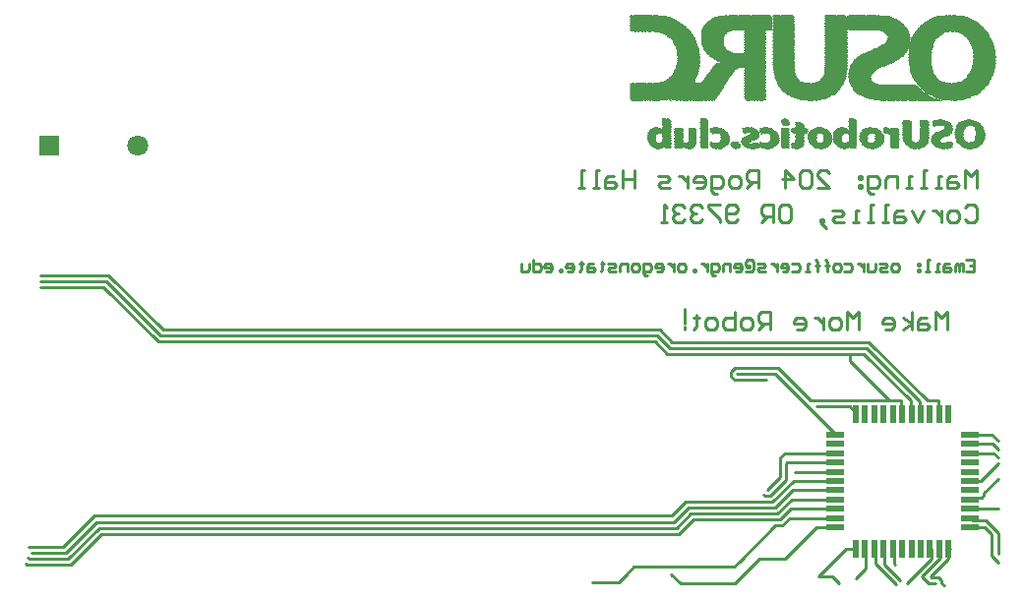
<source format=gbl>
G04 Layer_Physical_Order=2*
G04 Layer_Color=16711680*
%FSLAX24Y24*%
%MOIN*%
G70*
G01*
G75*
%ADD30C,0.0100*%
%ADD42C,0.0709*%
%ADD43R,0.0709X0.0709*%
%ADD44R,0.0197X0.0591*%
%ADD45R,0.0591X0.0197*%
%ADD46C,0.0030*%
D30*
X31654Y19134D02*
X33701Y17087D01*
X30354Y19134D02*
X31654D01*
X31969Y16457D02*
X33701D01*
X31811Y16299D02*
X31969Y16457D01*
X31811Y15630D02*
Y16299D01*
X31378Y15197D02*
X31811Y15630D01*
X32047Y16142D02*
X33701D01*
X32047Y16142D02*
X32047Y16142D01*
X32011Y16106D02*
X32047Y16142D01*
X32011Y15547D02*
Y16106D01*
X31461Y14997D02*
X32011Y15547D01*
X31295Y14997D02*
X31461D01*
X31237Y15055D02*
X31295Y14997D01*
X32323Y15827D02*
X33701D01*
X32323Y15827D02*
X32323Y15827D01*
X32259Y15512D02*
X33701D01*
X31544Y14797D02*
X32259Y15512D01*
X28616Y14797D02*
X31544D01*
X28150Y14331D02*
X28616Y14797D01*
X10197Y14331D02*
X28150D01*
X8583D02*
X10197D01*
X7520Y13268D02*
X8583Y14331D01*
X6339Y13268D02*
X7520D01*
X32226Y15197D02*
X33701D01*
X31626Y14597D02*
X32226Y15197D01*
X28699Y14597D02*
X31626D01*
X28645Y14544D02*
X28699Y14597D01*
X28212Y14111D02*
X28645Y14544D01*
X8645Y14111D02*
X28212D01*
X7603Y13068D02*
X8645Y14111D01*
X6457Y13068D02*
X7603D01*
X32194Y14882D02*
X33701D01*
X31709Y14397D02*
X32194Y14882D01*
X28781Y14397D02*
X31709D01*
X28295Y13911D02*
X28781Y14397D01*
X8728Y13911D02*
X28295D01*
X7685Y12868D02*
X8728Y13911D01*
X6374Y12868D02*
X7685D01*
X6315Y12926D02*
X6374Y12868D01*
X32162Y14567D02*
X33701D01*
X31792Y14197D02*
X32162Y14567D01*
X28864Y14197D02*
X31792D01*
X28378Y13711D02*
X28864Y14197D01*
X8811Y13711D02*
X28378D01*
X7768Y12668D02*
X8811Y13711D01*
X6291Y12668D02*
X7768D01*
X6251Y12708D02*
X6291Y12668D01*
X32130Y14252D02*
X33701D01*
X31875Y13997D02*
X32130Y14252D01*
X31635Y13997D02*
X31875D01*
X30433Y12795D02*
X31635Y13997D01*
X30236Y12598D02*
X30433Y12795D01*
X27835Y12598D02*
X30236D01*
X26850D02*
X27835D01*
X26614Y12362D02*
X26850Y12598D01*
X26339Y12087D02*
X26614Y12362D01*
X25433Y12087D02*
X26339D01*
X33031Y13937D02*
X33701D01*
X32283Y13189D02*
X33031Y13937D01*
X31969Y12874D02*
X32283Y13189D01*
X31102Y12874D02*
X31969D01*
X30276Y12047D02*
X31102Y12874D01*
X28780Y12047D02*
X30276D01*
X28425D02*
X28780D01*
X28110Y12362D02*
X28425Y12047D01*
X34055Y13228D02*
X34409D01*
X33110Y12283D02*
X34055Y13228D01*
X33110Y12283D02*
X33583D01*
X33819Y12047D01*
X34724Y12559D02*
Y13228D01*
X34370Y12205D02*
X34724Y12559D01*
X35039Y12717D02*
Y13228D01*
Y12717D02*
X35748Y12008D01*
X35354Y12684D02*
Y13228D01*
Y12684D02*
X35889Y12149D01*
X35669Y12717D02*
Y13228D01*
Y12717D02*
X35709Y12677D01*
X36929Y12874D02*
Y13228D01*
X36102Y12047D02*
X36929Y12874D01*
X37244Y12906D02*
Y13228D01*
X36618Y12280D02*
X37244Y12906D01*
X36618Y12280D02*
X36850Y12047D01*
X37087D01*
X37492Y13162D02*
X37559Y13228D01*
X37492Y12871D02*
Y13162D01*
X37405Y12783D02*
X37492Y12871D01*
X37404Y12783D02*
X37405D01*
X36901Y12280D02*
X37404Y12783D01*
X36901Y12280D02*
X36933Y12247D01*
X37169D01*
X37287Y12130D01*
Y12056D02*
Y12130D01*
Y12056D02*
X37362Y11981D01*
X38268Y13937D02*
X38740D01*
X38976Y13701D01*
Y13071D02*
Y13701D01*
Y12980D02*
Y13071D01*
Y12980D02*
X39200Y12756D01*
X38268Y14252D02*
X38334Y14185D01*
X38775D01*
X39200Y13760D01*
Y13039D02*
Y13760D01*
X38268Y14567D02*
X39200D01*
X39200Y14567D01*
X38268Y14882D02*
X38334Y14948D01*
X38625D01*
X38713Y15036D01*
Y15103D01*
X39200Y15591D01*
X38268Y15512D02*
X38610D01*
X39200Y16102D01*
X38268Y16457D02*
X39046D01*
X39200Y16302D01*
X38268Y16772D02*
X39014D01*
X39200Y16585D01*
X38268Y17087D02*
X38982D01*
X39200Y16868D01*
X37178Y17862D02*
X37244Y17795D01*
X37178Y17862D02*
Y18241D01*
X36799D02*
X37178D01*
X34817Y20222D02*
X36799Y18241D01*
X28145Y20222D02*
X34817D01*
X27738Y20630D02*
X28145Y20222D01*
X18701Y20630D02*
X27738D01*
X10906D02*
X18701D01*
X9055Y22480D02*
X10906Y20630D01*
X6732Y22480D02*
X9055D01*
X36548Y17862D02*
X36614Y17795D01*
X36548Y17862D02*
Y18209D01*
X34734Y20022D02*
X36548Y18209D01*
X28063Y20022D02*
X34734D01*
X27655Y20430D02*
X28063Y20022D01*
X27559Y20430D02*
X27655D01*
X10823D02*
X27559D01*
X8972Y22280D02*
X10823Y20430D01*
X6732Y22280D02*
X8972D01*
X36233Y17862D02*
X36299Y17795D01*
X36233Y17862D02*
Y18241D01*
X34651Y19822D02*
X36233Y18241D01*
X34651Y19822D02*
Y19822D01*
X27980D02*
X34651D01*
X27572Y20230D02*
X27980Y19822D01*
X10740Y20230D02*
X27572D01*
X8889Y22080D02*
X10740Y20230D01*
X6732Y22080D02*
X8889D01*
X35918Y17862D02*
X35984Y17795D01*
X35918Y17862D02*
Y18241D01*
X32830D02*
X35918D01*
X31736Y19334D02*
X32830Y18241D01*
X30271Y19334D02*
X31736D01*
X30154Y19217D02*
X30271Y19334D01*
X30154Y19051D02*
Y19217D01*
Y19051D02*
X30271Y18934D01*
X31339D01*
X34164Y18041D02*
X34409Y17795D01*
X33030Y18041D02*
X34164D01*
X34173Y19579D02*
X35512Y18241D01*
X34173Y19579D02*
Y19822D01*
X38483Y25450D02*
Y26050D01*
X38283Y25850D01*
X38083Y26050D01*
Y25450D01*
X37783Y25850D02*
X37583D01*
X37483Y25750D01*
Y25450D01*
X37783D01*
X37883Y25550D01*
X37783Y25650D01*
X37483D01*
X37283Y25450D02*
X37083D01*
X37183D01*
Y25850D01*
X37283D01*
X36783Y25450D02*
X36583D01*
X36683D01*
Y26050D01*
X36783D01*
X36283Y25450D02*
X36083D01*
X36183D01*
Y25850D01*
X36283D01*
X35784Y25450D02*
Y25850D01*
X35484D01*
X35384Y25750D01*
Y25450D01*
X34984Y25250D02*
X34884D01*
X34784Y25350D01*
Y25850D01*
X35084D01*
X35184Y25750D01*
Y25550D01*
X35084Y25450D01*
X34784D01*
X34584Y25850D02*
X34484D01*
Y25750D01*
X34584D01*
Y25850D01*
Y25550D02*
X34484D01*
Y25450D01*
X34584D01*
Y25550D01*
X33084Y25450D02*
X33484D01*
X33084Y25850D01*
Y25950D01*
X33184Y26050D01*
X33384D01*
X33484Y25950D01*
X32884D02*
X32785Y26050D01*
X32585D01*
X32485Y25950D01*
Y25550D01*
X32585Y25450D01*
X32785D01*
X32884Y25550D01*
Y25950D01*
X31985Y25450D02*
Y26050D01*
X32285Y25750D01*
X31885D01*
X31085Y25450D02*
Y26050D01*
X30785D01*
X30685Y25950D01*
Y25750D01*
X30785Y25650D01*
X31085D01*
X30885D02*
X30685Y25450D01*
X30385D02*
X30185D01*
X30085Y25550D01*
Y25750D01*
X30185Y25850D01*
X30385D01*
X30485Y25750D01*
Y25550D01*
X30385Y25450D01*
X29686Y25250D02*
X29586D01*
X29486Y25350D01*
Y25850D01*
X29785D01*
X29885Y25750D01*
Y25550D01*
X29785Y25450D01*
X29486D01*
X28986D02*
X29186D01*
X29286Y25550D01*
Y25750D01*
X29186Y25850D01*
X28986D01*
X28886Y25750D01*
Y25650D01*
X29286D01*
X28686Y25850D02*
Y25450D01*
Y25650D01*
X28586Y25750D01*
X28486Y25850D01*
X28386D01*
X28086Y25450D02*
X27786D01*
X27686Y25550D01*
X27786Y25650D01*
X27986D01*
X28086Y25750D01*
X27986Y25850D01*
X27686D01*
X26886Y26050D02*
Y25450D01*
Y25750D01*
X26487D01*
Y26050D01*
Y25450D01*
X26187Y25850D02*
X25987D01*
X25887Y25750D01*
Y25450D01*
X26187D01*
X26287Y25550D01*
X26187Y25650D01*
X25887D01*
X25687Y25450D02*
X25487D01*
X25587D01*
Y26050D01*
X25687D01*
X25187Y25450D02*
X24987D01*
X25087D01*
Y26050D01*
X25187D01*
X38083Y24790D02*
X38183Y24890D01*
X38383D01*
X38483Y24790D01*
Y24390D01*
X38383Y24290D01*
X38183D01*
X38083Y24390D01*
X37783Y24290D02*
X37583D01*
X37483Y24390D01*
Y24590D01*
X37583Y24690D01*
X37783D01*
X37883Y24590D01*
Y24390D01*
X37783Y24290D01*
X37283Y24690D02*
Y24290D01*
Y24490D01*
X37183Y24590D01*
X37083Y24690D01*
X36983D01*
X36683D02*
X36483Y24290D01*
X36283Y24690D01*
X35983D02*
X35784D01*
X35684Y24590D01*
Y24290D01*
X35983D01*
X36083Y24390D01*
X35983Y24490D01*
X35684D01*
X35484Y24290D02*
X35284D01*
X35384D01*
Y24890D01*
X35484D01*
X34984Y24290D02*
X34784D01*
X34884D01*
Y24890D01*
X34984D01*
X34484Y24290D02*
X34284D01*
X34384D01*
Y24690D01*
X34484D01*
X33984Y24290D02*
X33684D01*
X33584Y24390D01*
X33684Y24490D01*
X33884D01*
X33984Y24590D01*
X33884Y24690D01*
X33584D01*
X33284Y24190D02*
X33184Y24290D01*
Y24390D01*
X33284D01*
Y24290D01*
X33184D01*
X33284Y24190D01*
X33384Y24090D01*
X31885Y24890D02*
X32085D01*
X32185Y24790D01*
Y24390D01*
X32085Y24290D01*
X31885D01*
X31785Y24390D01*
Y24790D01*
X31885Y24890D01*
X31585Y24290D02*
Y24890D01*
X31285D01*
X31185Y24790D01*
Y24590D01*
X31285Y24490D01*
X31585D01*
X31385D02*
X31185Y24290D01*
X30385Y24390D02*
X30285Y24290D01*
X30085D01*
X29985Y24390D01*
Y24790D01*
X30085Y24890D01*
X30285D01*
X30385Y24790D01*
Y24690D01*
X30285Y24590D01*
X29985D01*
X29785Y24890D02*
X29386D01*
Y24790D01*
X29785Y24390D01*
Y24290D01*
X29186Y24790D02*
X29086Y24890D01*
X28886D01*
X28786Y24790D01*
Y24690D01*
X28886Y24590D01*
X28986D01*
X28886D01*
X28786Y24490D01*
Y24390D01*
X28886Y24290D01*
X29086D01*
X29186Y24390D01*
X28586Y24790D02*
X28486Y24890D01*
X28286D01*
X28186Y24790D01*
Y24690D01*
X28286Y24590D01*
X28386D01*
X28286D01*
X28186Y24490D01*
Y24390D01*
X28286Y24290D01*
X28486D01*
X28586Y24390D01*
X27986Y24290D02*
X27786D01*
X27886D01*
Y24890D01*
X27986Y24790D01*
X37480Y20630D02*
Y21230D01*
X37280Y21030D01*
X37080Y21230D01*
Y20630D01*
X36781Y21030D02*
X36581D01*
X36481Y20930D01*
Y20630D01*
X36781D01*
X36881Y20730D01*
X36781Y20830D01*
X36481D01*
X36281Y20630D02*
Y21230D01*
Y20830D02*
X35981Y21030D01*
X36281Y20830D02*
X35981Y20630D01*
X35381D02*
X35581D01*
X35681Y20730D01*
Y20930D01*
X35581Y21030D01*
X35381D01*
X35281Y20930D01*
Y20830D01*
X35681D01*
X34481Y20630D02*
Y21230D01*
X34281Y21030D01*
X34081Y21230D01*
Y20630D01*
X33782D02*
X33582D01*
X33482Y20730D01*
Y20930D01*
X33582Y21030D01*
X33782D01*
X33881Y20930D01*
Y20730D01*
X33782Y20630D01*
X33282Y21030D02*
Y20630D01*
Y20830D01*
X33182Y20930D01*
X33082Y21030D01*
X32982D01*
X32382Y20630D02*
X32582D01*
X32682Y20730D01*
Y20930D01*
X32582Y21030D01*
X32382D01*
X32282Y20930D01*
Y20830D01*
X32682D01*
X31482Y20630D02*
Y21230D01*
X31182D01*
X31082Y21130D01*
Y20930D01*
X31182Y20830D01*
X31482D01*
X31282D02*
X31082Y20630D01*
X30782D02*
X30583D01*
X30483Y20730D01*
Y20930D01*
X30583Y21030D01*
X30782D01*
X30882Y20930D01*
Y20730D01*
X30782Y20630D01*
X30283Y21230D02*
Y20630D01*
X29983D01*
X29883Y20730D01*
Y20830D01*
Y20930D01*
X29983Y21030D01*
X30283D01*
X29583Y20630D02*
X29383D01*
X29283Y20730D01*
Y20930D01*
X29383Y21030D01*
X29583D01*
X29683Y20930D01*
Y20730D01*
X29583Y20630D01*
X28983Y21130D02*
Y21030D01*
X29083D01*
X28883D01*
X28983D01*
Y20730D01*
X28883Y20630D01*
X28583Y20830D02*
Y21330D01*
Y20730D02*
Y20630D01*
X38123Y23006D02*
X38386D01*
Y22612D01*
X38123D01*
X38386Y22809D02*
X38255D01*
X37992Y22612D02*
Y22875D01*
X37927D01*
X37861Y22809D01*
Y22612D01*
Y22809D01*
X37795Y22875D01*
X37730Y22809D01*
Y22612D01*
X37533Y22875D02*
X37402D01*
X37336Y22809D01*
Y22612D01*
X37533D01*
X37599Y22678D01*
X37533Y22744D01*
X37336D01*
X37205Y22612D02*
X37074D01*
X37140D01*
Y22875D01*
X37205D01*
X36877Y22612D02*
X36746D01*
X36812D01*
Y23006D01*
X36877D01*
X36549Y22875D02*
X36484D01*
Y22809D01*
X36549D01*
Y22875D01*
Y22678D02*
X36484D01*
Y22612D01*
X36549D01*
Y22678D01*
X35762Y22612D02*
X35631D01*
X35565Y22678D01*
Y22809D01*
X35631Y22875D01*
X35762D01*
X35828Y22809D01*
Y22678D01*
X35762Y22612D01*
X35434D02*
X35237D01*
X35172Y22678D01*
X35237Y22744D01*
X35368D01*
X35434Y22809D01*
X35368Y22875D01*
X35172D01*
X35040D02*
Y22678D01*
X34975Y22612D01*
X34778D01*
Y22875D01*
X34647D02*
Y22612D01*
Y22744D01*
X34581Y22809D01*
X34516Y22875D01*
X34450D01*
X33991D02*
X34188D01*
X34253Y22809D01*
Y22678D01*
X34188Y22612D01*
X33991D01*
X33794D02*
X33663D01*
X33597Y22678D01*
Y22809D01*
X33663Y22875D01*
X33794D01*
X33860Y22809D01*
Y22678D01*
X33794Y22612D01*
X33401D02*
Y22940D01*
Y22809D01*
X33466D01*
X33335D01*
X33401D01*
Y22940D01*
X33335Y23006D01*
X33073Y22612D02*
Y22940D01*
Y22809D01*
X33138D01*
X33007D01*
X33073D01*
Y22940D01*
X33007Y23006D01*
X32810Y22612D02*
X32679D01*
X32745D01*
Y22875D01*
X32810D01*
X32220D02*
X32417D01*
X32482Y22809D01*
Y22678D01*
X32417Y22612D01*
X32220D01*
X31892D02*
X32023D01*
X32089Y22678D01*
Y22809D01*
X32023Y22875D01*
X31892D01*
X31826Y22809D01*
Y22744D01*
X32089D01*
X31695Y22875D02*
Y22612D01*
Y22744D01*
X31629Y22809D01*
X31564Y22875D01*
X31498D01*
X31302Y22612D02*
X31105D01*
X31039Y22678D01*
X31105Y22744D01*
X31236D01*
X31302Y22809D01*
X31236Y22875D01*
X31039D01*
X30711Y22744D02*
Y22809D01*
X30777D01*
Y22744D01*
X30711D01*
X30646Y22809D01*
Y22940D01*
X30711Y23006D01*
X30842D01*
X30908Y22940D01*
Y22678D01*
X30842Y22612D01*
X30646D01*
X30318D02*
X30449D01*
X30514Y22678D01*
Y22809D01*
X30449Y22875D01*
X30318D01*
X30252Y22809D01*
Y22744D01*
X30514D01*
X30121Y22612D02*
Y22875D01*
X29924D01*
X29858Y22809D01*
Y22612D01*
X29596Y22481D02*
X29530D01*
X29465Y22547D01*
Y22875D01*
X29662D01*
X29727Y22809D01*
Y22678D01*
X29662Y22612D01*
X29465D01*
X29334Y22875D02*
Y22612D01*
Y22744D01*
X29268Y22809D01*
X29202Y22875D01*
X29137D01*
X28940Y22612D02*
Y22678D01*
X28874D01*
Y22612D01*
X28940D01*
X28546D02*
X28415D01*
X28350Y22678D01*
Y22809D01*
X28415Y22875D01*
X28546D01*
X28612Y22809D01*
Y22678D01*
X28546Y22612D01*
X28219Y22875D02*
Y22612D01*
Y22744D01*
X28153Y22809D01*
X28087Y22875D01*
X28022D01*
X27628Y22612D02*
X27759D01*
X27825Y22678D01*
Y22809D01*
X27759Y22875D01*
X27628D01*
X27563Y22809D01*
Y22744D01*
X27825D01*
X27300Y22481D02*
X27235D01*
X27169Y22547D01*
Y22875D01*
X27366D01*
X27431Y22809D01*
Y22678D01*
X27366Y22612D01*
X27169D01*
X26972D02*
X26841D01*
X26775Y22678D01*
Y22809D01*
X26841Y22875D01*
X26972D01*
X27038Y22809D01*
Y22678D01*
X26972Y22612D01*
X26644D02*
Y22875D01*
X26447D01*
X26382Y22809D01*
Y22612D01*
X26251D02*
X26054D01*
X25988Y22678D01*
X26054Y22744D01*
X26185D01*
X26251Y22809D01*
X26185Y22875D01*
X25988D01*
X25791Y22940D02*
Y22875D01*
X25857D01*
X25726D01*
X25791D01*
Y22678D01*
X25726Y22612D01*
X25463Y22875D02*
X25332D01*
X25267Y22809D01*
Y22612D01*
X25463D01*
X25529Y22678D01*
X25463Y22744D01*
X25267D01*
X25070Y22940D02*
Y22875D01*
X25136D01*
X25004D01*
X25070D01*
Y22678D01*
X25004Y22612D01*
X24611D02*
X24742D01*
X24808Y22678D01*
Y22809D01*
X24742Y22875D01*
X24611D01*
X24545Y22809D01*
Y22744D01*
X24808D01*
X24414Y22612D02*
Y22678D01*
X24348D01*
Y22612D01*
X24414D01*
X23889D02*
X24020D01*
X24086Y22678D01*
Y22809D01*
X24020Y22875D01*
X23889D01*
X23824Y22809D01*
Y22744D01*
X24086D01*
X23430Y23006D02*
Y22612D01*
X23627D01*
X23692Y22678D01*
Y22809D01*
X23627Y22875D01*
X23430D01*
X23299D02*
Y22678D01*
X23233Y22612D01*
X23036D01*
Y22875D01*
D42*
X10043Y26890D02*
D03*
D43*
X7043D02*
D03*
D44*
X37520Y17795D02*
D03*
X37205D02*
D03*
X36890D02*
D03*
X36575D02*
D03*
X36260D02*
D03*
X35945D02*
D03*
X35630D02*
D03*
X35315D02*
D03*
X35000D02*
D03*
X34685D02*
D03*
X34370D02*
D03*
Y13228D02*
D03*
X34685D02*
D03*
X35000D02*
D03*
X35315D02*
D03*
X35630D02*
D03*
X35945D02*
D03*
X36260D02*
D03*
X36575D02*
D03*
X36890D02*
D03*
X37205D02*
D03*
X37520D02*
D03*
D45*
X33661Y17087D02*
D03*
Y16772D02*
D03*
Y16457D02*
D03*
Y16142D02*
D03*
Y15827D02*
D03*
Y15512D02*
D03*
Y15197D02*
D03*
Y14882D02*
D03*
Y14567D02*
D03*
Y14252D02*
D03*
Y13937D02*
D03*
X38228D02*
D03*
Y14252D02*
D03*
Y14567D02*
D03*
Y14882D02*
D03*
Y15197D02*
D03*
Y15512D02*
D03*
Y15827D02*
D03*
Y16142D02*
D03*
Y16457D02*
D03*
Y16772D02*
D03*
Y17087D02*
D03*
D46*
X37743Y31285D02*
X37773D01*
X37682D02*
X37713D01*
X37592D02*
X37622D01*
X37531D02*
X37562D01*
X37441D02*
X37471D01*
X35146D02*
X35176D01*
X35055D02*
X35085D01*
X34964D02*
X35025D01*
X34904D02*
X34934D01*
X34844D02*
X34874D01*
X34783D02*
X34813D01*
X34693D02*
X34723D01*
X34632D02*
X34662D01*
X34572D02*
X34602D01*
X34511D02*
X34542D01*
X34451D02*
X34481D01*
X34391D02*
X34421D01*
X34330D02*
X34360D01*
X34240D02*
X34300D01*
X34179D02*
X34209D01*
X33968D02*
X33998D01*
X33907D02*
X33938D01*
X33847D02*
X33877D01*
X33787D02*
X33817D01*
X33696D02*
X33726D01*
X33605D02*
X33636D01*
X33515D02*
X33575D01*
X33454D02*
X33485D01*
X33394D02*
X33424D01*
X32216D02*
X32246D01*
X32156D02*
X32186D01*
X32065D02*
X32126D01*
X32005D02*
X32035D01*
X31944D02*
X31975D01*
X31884D02*
X31914D01*
X31793D02*
X31824D01*
X31733D02*
X31763D01*
X31673D02*
X31703D01*
X31612D02*
X31642D01*
X31461D02*
X31491D01*
X31340D02*
X31401D01*
X31280D02*
X31310D01*
X31220D02*
X31250D01*
X31159D02*
X31189D01*
X31069D02*
X31099D01*
X31008D02*
X31038D01*
X30948D02*
X30978D01*
X30887D02*
X30918D01*
X30797D02*
X30827D01*
X30706D02*
X30736D01*
X30616D02*
X30676D01*
X30555D02*
X30585D01*
X30495D02*
X30525D01*
X30434D02*
X30465D01*
X30344D02*
X30374D01*
X30283D02*
X30314D01*
X30223D02*
X30253D01*
X30163D02*
X30193D01*
X30102D02*
X30132D01*
X29981D02*
X30012D01*
X27656D02*
X27686D01*
X27596D02*
X27626D01*
X27535D02*
X27565D01*
X27445D02*
X27475D01*
X27384D02*
X27414D01*
X27324D02*
X27354D01*
X27263D02*
X27294D01*
X27203D02*
X27233D01*
X27143D02*
X27173D01*
X27082D02*
X27112D01*
X26992D02*
X27052D01*
X26931D02*
X26961D01*
X26871D02*
X26901D01*
X26780D02*
X26810D01*
X37260Y31255D02*
X37954D01*
X34119D02*
X35387D01*
X33394D02*
X34028D01*
X31582D02*
X32277D01*
X29891D02*
X31522D01*
X29830D02*
X29861D01*
X26750D02*
X27837D01*
X37139Y31225D02*
X38075D01*
X34119D02*
X35538D01*
X33364D02*
X34058D01*
X31612D02*
X32246D01*
X29740D02*
X31522D01*
X26780D02*
X27988D01*
X37048Y31195D02*
X38166D01*
X34119D02*
X35629D01*
X33394D02*
X34058D01*
X31612D02*
X32277D01*
X29619D02*
X31522D01*
X26750D02*
X28109D01*
X36988Y31164D02*
X38256D01*
X34149D02*
X35689D01*
X33364D02*
X34028D01*
X31612D02*
X32277D01*
X29559D02*
X31522D01*
X26780D02*
X28169D01*
X36897Y31134D02*
X38317D01*
X34119D02*
X35780D01*
X33394D02*
X34058D01*
X31582D02*
X32246D01*
X29498D02*
X31522D01*
X26750D02*
X28260D01*
X36867Y31104D02*
X38377D01*
X34149D02*
X35810D01*
X33364D02*
X34058D01*
X31612D02*
X32277D01*
X29468D02*
X31522D01*
X26780D02*
X28290D01*
X36807Y31074D02*
X38437D01*
X34119D02*
X35870D01*
X33394D02*
X34058D01*
X31612D02*
X32277D01*
X29408D02*
X31522D01*
X26750D02*
X28351D01*
X36746Y31044D02*
X38498D01*
X34149D02*
X35901D01*
X33394D02*
X34028D01*
X31612D02*
X32246D01*
X29377D02*
X31522D01*
X26780D02*
X28411D01*
X36716Y31013D02*
X38528D01*
X34119D02*
X35961D01*
X33364D02*
X34058D01*
X31582D02*
X32277D01*
X29347D02*
X31522D01*
X26750D02*
X28441D01*
X36686Y30983D02*
X38558D01*
X34149D02*
X35961D01*
X33364D02*
X34058D01*
X31612D02*
X32277D01*
X29317D02*
X31522D01*
X26780D02*
X28502D01*
X36625Y30953D02*
X38588D01*
X34119D02*
X36021D01*
X33394D02*
X34028D01*
X31612D02*
X32277D01*
X29287D02*
X31522D01*
X26750D02*
X28532D01*
X36625Y30923D02*
X38649D01*
X34119D02*
X36021D01*
X33394D02*
X34058D01*
X31612D02*
X32277D01*
X29287D02*
X31522D01*
X26780D02*
X28562D01*
X36565Y30893D02*
X38649D01*
X34119D02*
X36052D01*
X33364D02*
X34058D01*
X31582D02*
X32277D01*
X29257D02*
X31522D01*
X26750D02*
X28622D01*
X36565Y30862D02*
X38709D01*
X34149D02*
X36082D01*
X33364D02*
X34028D01*
X31612D02*
X32246D01*
X29257D02*
X31522D01*
X26780D02*
X28653D01*
X36505Y30832D02*
X38709D01*
X34119D02*
X36112D01*
X33394D02*
X34058D01*
X31612D02*
X32277D01*
X29226D02*
X31522D01*
X26750D02*
X28653D01*
X36505Y30802D02*
X38739D01*
X34874D02*
X36112D01*
X34632D02*
X34844D01*
X34451D02*
X34602D01*
X34149D02*
X34421D01*
X33364D02*
X34058D01*
X31612D02*
X32277D01*
X31491D02*
X31522D01*
X31431D02*
X31461D01*
X31340D02*
X31401D01*
X30585D02*
X31310D01*
X30525D02*
X30555D01*
X30434D02*
X30495D01*
X30374D02*
X30404D01*
X30253D02*
X30344D01*
X29226D02*
X30223D01*
X26780D02*
X28713D01*
X36474Y30772D02*
X38770D01*
X35206D02*
X36142D01*
X33394D02*
X34028D01*
X31582D02*
X32277D01*
X30646D02*
X31310D01*
X29196D02*
X30132D01*
X26750D02*
X28713D01*
X37743Y30742D02*
X38800D01*
X37652D02*
X37682D01*
X37592D02*
X37622D01*
X36444D02*
X37501D01*
X35297D02*
X36142D01*
X33364D02*
X34058D01*
X31612D02*
X32246D01*
X30646D02*
X31280D01*
X29196D02*
X30042D01*
X27596D02*
X28773D01*
X27535D02*
X27565D01*
X27354D02*
X27414D01*
X27203D02*
X27233D01*
X27112D02*
X27143D01*
X26961D02*
X26992D01*
X26871D02*
X26901D01*
X37864Y30711D02*
X38830D01*
X36414D02*
X37350D01*
X35357D02*
X36142D01*
X33394D02*
X34058D01*
X31612D02*
X32277D01*
X30616D02*
X31310D01*
X29196D02*
X29981D01*
X27747D02*
X28773D01*
X37954Y30681D02*
X38830D01*
X36414D02*
X37320D01*
X35417D02*
X36172D01*
X33364D02*
X34028D01*
X31612D02*
X32277D01*
X30646D02*
X31310D01*
X29166D02*
X29981D01*
X27837D02*
X28804D01*
X38015Y30651D02*
X38860D01*
X36384D02*
X37260D01*
X35417D02*
X36172D01*
X33394D02*
X34058D01*
X31582D02*
X32277D01*
X30646D02*
X31280D01*
X29196D02*
X29921D01*
X27898D02*
X28834D01*
X38045Y30621D02*
X38890D01*
X36384D02*
X37199D01*
X35448D02*
X36172D01*
X33394D02*
X34028D01*
X31612D02*
X32277D01*
X30616D02*
X31310D01*
X29166D02*
X29921D01*
X27958D02*
X28834D01*
X38075Y30591D02*
X38890D01*
X36354D02*
X37169D01*
X35478D02*
X36172D01*
X33364D02*
X34058D01*
X31612D02*
X32277D01*
X30646D02*
X31310D01*
X29166D02*
X29891D01*
X27988D02*
X28864D01*
X38135Y30560D02*
X38921D01*
X36354D02*
X37139D01*
X35478D02*
X36172D01*
X33364D02*
X34058D01*
X31612D02*
X32277D01*
X30646D02*
X31310D01*
X29166D02*
X29891D01*
X28049D02*
X28894D01*
X38166Y30530D02*
X38921D01*
X36323D02*
X37109D01*
X35508D02*
X36203D01*
X33394D02*
X34028D01*
X31582D02*
X32277D01*
X30616D02*
X31280D01*
X29166D02*
X29891D01*
X28079D02*
X28894D01*
X38166Y30500D02*
X38951D01*
X36293D02*
X37078D01*
X35478D02*
X36172D01*
X33364D02*
X34058D01*
X31612D02*
X32246D01*
X30646D02*
X31310D01*
X29166D02*
X29861D01*
X28109D02*
X28894D01*
X38196Y30470D02*
X38951D01*
X36293D02*
X37048D01*
X35478D02*
X36203D01*
X33394D02*
X34028D01*
X31612D02*
X32277D01*
X30646D02*
X31310D01*
X29166D02*
X29891D01*
X28139D02*
X28924D01*
X38226Y30440D02*
X38981D01*
X36293D02*
X37048D01*
X35478D02*
X36172D01*
X33364D02*
X34058D01*
X31612D02*
X32277D01*
X30616D02*
X31280D01*
X29166D02*
X29861D01*
X28169D02*
X28955D01*
X38256Y30409D02*
X38981D01*
X36293D02*
X37018D01*
X35448D02*
X36203D01*
X33394D02*
X34028D01*
X31582D02*
X32277D01*
X30646D02*
X31310D01*
X29166D02*
X29861D01*
X28200D02*
X28955D01*
X38256Y30379D02*
X39011D01*
X36263D02*
X37018D01*
X35448D02*
X36172D01*
X33364D02*
X34058D01*
X31612D02*
X32277D01*
X30646D02*
X31310D01*
X29166D02*
X29861D01*
X28230D02*
X28955D01*
X38286Y30349D02*
X39011D01*
X36233D02*
X36988D01*
X35417D02*
X36172D01*
X33394D02*
X34058D01*
X31612D02*
X32277D01*
X30616D02*
X31280D01*
X29196D02*
X29891D01*
X28230D02*
X28985D01*
X38286Y30319D02*
X39011D01*
X36233D02*
X36958D01*
X35387D02*
X36172D01*
X33394D02*
X34058D01*
X31612D02*
X32277D01*
X30646D02*
X31310D01*
X29196D02*
X29891D01*
X28260D02*
X28985D01*
X38317Y30289D02*
X39041D01*
X36233D02*
X36958D01*
X35357D02*
X36172D01*
X33364D02*
X34028D01*
X31582D02*
X32277D01*
X30616D02*
X31280D01*
X29196D02*
X29891D01*
X28260D02*
X28985D01*
X38317Y30258D02*
X39041D01*
X36233D02*
X36958D01*
X35297D02*
X36172D01*
X33364D02*
X34058D01*
X31612D02*
X32246D01*
X30646D02*
X31280D01*
X29196D02*
X29891D01*
X28290D02*
X29015D01*
X38317Y30228D02*
X39041D01*
X36233D02*
X36958D01*
X35236D02*
X36142D01*
X33394D02*
X34028D01*
X31612D02*
X32277D01*
X30646D02*
X31310D01*
X29226D02*
X29921D01*
X28290D02*
X29015D01*
X38347Y30198D02*
X39041D01*
X36233D02*
X36927D01*
X35176D02*
X36142D01*
X33394D02*
X34058D01*
X31612D02*
X32277D01*
X30646D02*
X31310D01*
X29226D02*
X29951D01*
X28320D02*
X29015D01*
X38347Y30168D02*
X39041D01*
X36203D02*
X36927D01*
X35146D02*
X36142D01*
X33364D02*
X34028D01*
X31582D02*
X32246D01*
X30616D02*
X31310D01*
X29257D02*
X29951D01*
X28320D02*
X29045D01*
X38347Y30138D02*
X39072D01*
X36203D02*
X36927D01*
X35025D02*
X36112D01*
X33364D02*
X34058D01*
X31612D02*
X32277D01*
X30646D02*
X31280D01*
X29257D02*
X29981D01*
X28320D02*
X29045D01*
X38377Y30107D02*
X39072D01*
X36203D02*
X36897D01*
X34964D02*
X36112D01*
X33394D02*
X34058D01*
X31612D02*
X32277D01*
X30646D02*
X31310D01*
X29257D02*
X30012D01*
X28351D02*
X29045D01*
X38377Y30077D02*
X39072D01*
X36203D02*
X36897D01*
X34904D02*
X36082D01*
X33364D02*
X34058D01*
X31612D02*
X32246D01*
X30616D02*
X31310D01*
X29287D02*
X30072D01*
X28351D02*
X29045D01*
X38377Y30047D02*
X39072D01*
X36203D02*
X36927D01*
X34813D02*
X36082D01*
X33394D02*
X34058D01*
X31582D02*
X32277D01*
X30646D02*
X31280D01*
X29317D02*
X30132D01*
X28351D02*
X29045D01*
X38377Y30017D02*
X39072D01*
X36203D02*
X36897D01*
X34753D02*
X36021D01*
X33364D02*
X34028D01*
X31612D02*
X32277D01*
X30616D02*
X31310D01*
X29347D02*
X30223D01*
X28351D02*
X29045D01*
X38377Y29987D02*
X39072D01*
X36203D02*
X36897D01*
X34693D02*
X36021D01*
X33394D02*
X34058D01*
X31612D02*
X32277D01*
X29347D02*
X31310D01*
X28351D02*
X29075D01*
X38377Y29956D02*
X39072D01*
X36203D02*
X36897D01*
X34632D02*
X35991D01*
X33364D02*
X34058D01*
X31612D02*
X32277D01*
X29408D02*
X31280D01*
X28381D02*
X29045D01*
X38407Y29926D02*
X39102D01*
X36172D02*
X36897D01*
X34572D02*
X35961D01*
X33394D02*
X34028D01*
X31582D02*
X32277D01*
X29408D02*
X31310D01*
X28351D02*
X29075D01*
X38377Y29896D02*
X39072D01*
X36203D02*
X36897D01*
X34542D02*
X35931D01*
X33394D02*
X34058D01*
X31612D02*
X32246D01*
X29468D02*
X31310D01*
X28351D02*
X29075D01*
X38377Y29866D02*
X39102D01*
X36203D02*
X36897D01*
X34481D02*
X35870D01*
X33364D02*
X34058D01*
X31612D02*
X32277D01*
X29498D02*
X31280D01*
X28381D02*
X29075D01*
X38377Y29836D02*
X39072D01*
X36172D02*
X36897D01*
X34451D02*
X35840D01*
X33364D02*
X34028D01*
X31612D02*
X32277D01*
X29528D02*
X31310D01*
X28381D02*
X29075D01*
X38407Y29805D02*
X39072D01*
X36203D02*
X36897D01*
X34421D02*
X35810D01*
X33394D02*
X34058D01*
X31582D02*
X32277D01*
X29589D02*
X31280D01*
X28351D02*
X29045D01*
X38377Y29775D02*
X39102D01*
X36203D02*
X36897D01*
X34360D02*
X35750D01*
X33364D02*
X34058D01*
X31612D02*
X32246D01*
X29649D02*
X31280D01*
X28381D02*
X29075D01*
X38377Y29745D02*
X39072D01*
X36172D02*
X36897D01*
X34360D02*
X35689D01*
X33394D02*
X34028D01*
X31612D02*
X32277D01*
X29740D02*
X31310D01*
X29679D02*
X29710D01*
X28351D02*
X29075D01*
X38377Y29715D02*
X39072D01*
X36203D02*
X36897D01*
X34330D02*
X35629D01*
X33364D02*
X34058D01*
X31612D02*
X32277D01*
X29800D02*
X31310D01*
X28381D02*
X29075D01*
X38377Y29685D02*
X39102D01*
X36203D02*
X36897D01*
X34300D02*
X35568D01*
X33394D02*
X34058D01*
X31582D02*
X32277D01*
X29800D02*
X31310D01*
X28351D02*
X29075D01*
X38377Y29654D02*
X39072D01*
X36203D02*
X36897D01*
X34270D02*
X35478D01*
X33364D02*
X34028D01*
X31612D02*
X32277D01*
X29740D02*
X31280D01*
X28351D02*
X29045D01*
X38377Y29624D02*
X39072D01*
X36203D02*
X36897D01*
X34270D02*
X35417D01*
X33394D02*
X34058D01*
X31612D02*
X32277D01*
X29679D02*
X31310D01*
X28351D02*
X29075D01*
X38377Y29594D02*
X39072D01*
X36203D02*
X36927D01*
X34240D02*
X35327D01*
X33394D02*
X34058D01*
X31582D02*
X32277D01*
X29649D02*
X31310D01*
X28351D02*
X29045D01*
X38347Y29564D02*
X39072D01*
X36203D02*
X36927D01*
X34209D02*
X35266D01*
X33364D02*
X34058D01*
X31612D02*
X32277D01*
X29619D02*
X31280D01*
X28320D02*
X29075D01*
X38347Y29534D02*
X39072D01*
X36233D02*
X36927D01*
X34209D02*
X35206D01*
X33394D02*
X34028D01*
X31612D02*
X32277D01*
X29589D02*
X31310D01*
X28320D02*
X29045D01*
X38347Y29503D02*
X39072D01*
X36233D02*
X36927D01*
X34209D02*
X35146D01*
X33364D02*
X34058D01*
X31612D02*
X32277D01*
X30616D02*
X31310D01*
X29559D02*
X30374D01*
X28320D02*
X29045D01*
X38347Y29473D02*
X39041D01*
X36233D02*
X36927D01*
X34209D02*
X35085D01*
X33364D02*
X34058D01*
X31612D02*
X32277D01*
X30646D02*
X31280D01*
X29559D02*
X30314D01*
X28320D02*
X29045D01*
X38317Y29443D02*
X39041D01*
X36233D02*
X36958D01*
X34179D02*
X35025D01*
X33364D02*
X34028D01*
X31612D02*
X32307D01*
X30646D02*
X31310D01*
X29498D02*
X30253D01*
X28290D02*
X29015D01*
X38317Y29413D02*
X39041D01*
X36233D02*
X36958D01*
X34179D02*
X34995D01*
X33364D02*
X34028D01*
X31612D02*
X32277D01*
X30616D02*
X31310D01*
X29468D02*
X30253D01*
X28260D02*
X29045D01*
X38286Y29383D02*
X39041D01*
X36263D02*
X36988D01*
X34179D02*
X34964D01*
X33364D02*
X34028D01*
X31642D02*
X32277D01*
X30646D02*
X31280D01*
X29468D02*
X30193D01*
X28260D02*
X29015D01*
X38286Y29352D02*
X39011D01*
X36263D02*
X36988D01*
X34179D02*
X34934D01*
X33334D02*
X34028D01*
X31612D02*
X32307D01*
X30646D02*
X31310D01*
X29438D02*
X30163D01*
X28260D02*
X29015D01*
X38256Y29322D02*
X39011D01*
X36293D02*
X36988D01*
X34149D02*
X34904D01*
X33334D02*
X34028D01*
X31642D02*
X32307D01*
X30616D02*
X31280D01*
X29408D02*
X30163D01*
X28230D02*
X29015D01*
X38256Y29292D02*
X39011D01*
X36293D02*
X37018D01*
X34179D02*
X34874D01*
X33334D02*
X33998D01*
X31642D02*
X32307D01*
X30646D02*
X31280D01*
X29408D02*
X30132D01*
X28200D02*
X28985D01*
X38226Y29262D02*
X38981D01*
X36293D02*
X37048D01*
X34149D02*
X34874D01*
X33334D02*
X34028D01*
X31642D02*
X32337D01*
X30646D02*
X31310D01*
X29377D02*
X30102D01*
X28200D02*
X28985D01*
X38196Y29232D02*
X38981D01*
X36323D02*
X37078D01*
X34179D02*
X34874D01*
X33303D02*
X33998D01*
X31642D02*
X32337D01*
X30616D02*
X31310D01*
X29347D02*
X30102D01*
X28169D02*
X28985D01*
X38166Y29201D02*
X38951D01*
X36323D02*
X37078D01*
X34149D02*
X34844D01*
X33303D02*
X33998D01*
X31673D02*
X32337D01*
X30646D02*
X31310D01*
X29347D02*
X30072D01*
X28139D02*
X28955D01*
X38166Y29171D02*
X38951D01*
X36323D02*
X37109D01*
X34149D02*
X34874D01*
X33273D02*
X33998D01*
X31642D02*
X32367D01*
X30646D02*
X31280D01*
X29317D02*
X30042D01*
X28079D02*
X28955D01*
X38135Y29141D02*
X38951D01*
X36354D02*
X37139D01*
X34179D02*
X34874D01*
X33243D02*
X33998D01*
X31673D02*
X32397D01*
X30616D02*
X31310D01*
X29287D02*
X30042D01*
X28079D02*
X28924D01*
X38075Y29111D02*
X38921D01*
X36384D02*
X37169D01*
X34179D02*
X34874D01*
X33213D02*
X33968D01*
X31673D02*
X32428D01*
X30646D02*
X31310D01*
X29287D02*
X30012D01*
X28018D02*
X28924D01*
X38045Y29081D02*
X38890D01*
X36384D02*
X37229D01*
X34179D02*
X34904D01*
X33213D02*
X33968D01*
X31703D02*
X32428D01*
X30616D02*
X31280D01*
X29257D02*
X30012D01*
X27988D02*
X28894D01*
X38015Y29050D02*
X38890D01*
X36414D02*
X37260D01*
X34179D02*
X34904D01*
X33152D02*
X33938D01*
X31703D02*
X32488D01*
X30646D02*
X31310D01*
X29226D02*
X29981D01*
X27898D02*
X28894D01*
X37954Y29020D02*
X38860D01*
X36444D02*
X37320D01*
X34179D02*
X34934D01*
X33122D02*
X33938D01*
X31733D02*
X32518D01*
X30646D02*
X31310D01*
X29226D02*
X29951D01*
X27837D02*
X28864D01*
X37864Y28990D02*
X38830D01*
X36444D02*
X37411D01*
X34209D02*
X34995D01*
X33032D02*
X33938D01*
X31733D02*
X32609D01*
X30646D02*
X31280D01*
X29196D02*
X29951D01*
X27777D02*
X28834D01*
X37773Y28960D02*
X38830D01*
X37682D02*
X37743D01*
X37592D02*
X37622D01*
X36474D02*
X37562D01*
X34209D02*
X35055D01*
X32911D02*
X33907D01*
X32820D02*
X32850D01*
X32730D02*
X32790D01*
X31733D02*
X32699D01*
X30616D02*
X31310D01*
X29166D02*
X29921D01*
X29106D02*
X29136D01*
X29045D02*
X29075D01*
X28985D02*
X29015D01*
X28924D02*
X28955D01*
X27626D02*
X28834D01*
X27535D02*
X27596D01*
X27414D02*
X27475D01*
X27354D02*
X27384D01*
X27233D02*
X27294D01*
X27173D02*
X27203D01*
X27112D02*
X27143D01*
X27052D02*
X27082D01*
X26992D02*
X27022D01*
X26931D02*
X26961D01*
X26810D02*
X26871D01*
X36505Y28930D02*
X38800D01*
X34209D02*
X35146D01*
X31763D02*
X33907D01*
X30646D02*
X31310D01*
X28894D02*
X29891D01*
X26750D02*
X28804D01*
X36505Y28899D02*
X38770D01*
X34240D02*
X36414D01*
X31793D02*
X33877D01*
X30646D02*
X31280D01*
X28864D02*
X29891D01*
X26780D02*
X28773D01*
X36565Y28869D02*
X38739D01*
X34240D02*
X36474D01*
X31793D02*
X33847D01*
X30616D02*
X31310D01*
X28834D02*
X29861D01*
X26750D02*
X28743D01*
X36565Y28839D02*
X38709D01*
X34270D02*
X36505D01*
X31824D02*
X33847D01*
X30646D02*
X31280D01*
X28804D02*
X29861D01*
X26780D02*
X28713D01*
X36625Y28809D02*
X38709D01*
X34300D02*
X36505D01*
X31854D02*
X33817D01*
X30646D02*
X31280D01*
X28773D02*
X29830D01*
X26750D02*
X28683D01*
X36625Y28779D02*
X38649D01*
X34300D02*
X36565D01*
X31884D02*
X33817D01*
X30616D02*
X31310D01*
X28743D02*
X29800D01*
X26780D02*
X28683D01*
X36686Y28748D02*
X38619D01*
X34330D02*
X36595D01*
X31884D02*
X33756D01*
X30646D02*
X31310D01*
X28713D02*
X29800D01*
X26750D02*
X28622D01*
X36716Y28718D02*
X38588D01*
X34360D02*
X36625D01*
X31914D02*
X33756D01*
X30616D02*
X31310D01*
X28683D02*
X29770D01*
X26780D02*
X28592D01*
X36746Y28688D02*
X38558D01*
X34391D02*
X36656D01*
X31975D02*
X33696D01*
X30646D02*
X31280D01*
X28622D02*
X29740D01*
X26750D02*
X28562D01*
X36776Y28658D02*
X38498D01*
X34421D02*
X36686D01*
X32005D02*
X33666D01*
X30646D02*
X31310D01*
X28622D02*
X29740D01*
X26780D02*
X28502D01*
X36867Y28628D02*
X38468D01*
X34481D02*
X36746D01*
X32035D02*
X33636D01*
X30646D02*
X31310D01*
X28562D02*
X29710D01*
X26780D02*
X28471D01*
X36867Y28597D02*
X38407D01*
X34511D02*
X36776D01*
X32095D02*
X33575D01*
X30616D02*
X31280D01*
X28532D02*
X29710D01*
X26750D02*
X28411D01*
X36958Y28567D02*
X38347D01*
X34572D02*
X36837D01*
X32156D02*
X33515D01*
X30646D02*
X31310D01*
X28471D02*
X29679D01*
X26780D02*
X28351D01*
X37018Y28537D02*
X38256D01*
X34632D02*
X36867D01*
X32186D02*
X33485D01*
X30646D02*
X31310D01*
X28411D02*
X29649D01*
X26750D02*
X28290D01*
X37078Y28507D02*
X38226D01*
X34723D02*
X36958D01*
X32277D02*
X33394D01*
X30616D02*
X31280D01*
X28351D02*
X29649D01*
X26780D02*
X28200D01*
X37229Y28477D02*
X38105D01*
X37169D02*
X37199D01*
X34813D02*
X37018D01*
X32367D02*
X33334D01*
X30646D02*
X31310D01*
X28260D02*
X29619D01*
X28079D02*
X28109D01*
X26750D02*
X28049D01*
X37984Y28446D02*
X38015D01*
X37350D02*
X37954D01*
X37290D02*
X37320D01*
X34964D02*
X37139D01*
X33152D02*
X33183D01*
X32488D02*
X33122D01*
X30646D02*
X31310D01*
X28139D02*
X29589D01*
X26780D02*
X27958D01*
X37743Y28416D02*
X37773D01*
X37682D02*
X37713D01*
X37592D02*
X37622D01*
X37229D02*
X37260D01*
X37169D02*
X37199D01*
X37109D02*
X37139D01*
X37048D02*
X37078D01*
X36988D02*
X37018D01*
X36927D02*
X36958D01*
X36867D02*
X36897D01*
X36807D02*
X36837D01*
X36716D02*
X36776D01*
X36656D02*
X36686D01*
X36595D02*
X36625D01*
X36535D02*
X36565D01*
X36474D02*
X36505D01*
X36384D02*
X36414D01*
X36323D02*
X36354D01*
X36263D02*
X36293D01*
X36172D02*
X36233D01*
X36052D02*
X36082D01*
X35991D02*
X36021D01*
X35901D02*
X35931D01*
X35810D02*
X35840D01*
X35750D02*
X35780D01*
X35659D02*
X35689D01*
X35599D02*
X35629D01*
X35538D02*
X35568D01*
X35448D02*
X35508D01*
X35357D02*
X35387D01*
X35266D02*
X35297D01*
X35206D02*
X35236D01*
X33001D02*
X33032D01*
X32881D02*
X32911D01*
X32820D02*
X32850D01*
X32730D02*
X32760D01*
X31189D02*
X31220D01*
X31099D02*
X31159D01*
X31008D02*
X31038D01*
X30918D02*
X30948D01*
X30827D02*
X30857D01*
X30736D02*
X30767D01*
X30676D02*
X30706D01*
X29559D02*
X29589D01*
X29468D02*
X29498D01*
X29377D02*
X29408D01*
X29287D02*
X29317D01*
X29226D02*
X29257D01*
X29136D02*
X29166D01*
X29075D02*
X29106D01*
X29015D02*
X29045D01*
X28924D02*
X28985D01*
X28834D02*
X28864D01*
X28743D02*
X28773D01*
X28653D02*
X28683D01*
X28562D02*
X28592D01*
X28502D02*
X28532D01*
X28411D02*
X28441D01*
X28290D02*
X28320D01*
X28079D02*
X28109D01*
X27686D02*
X27716D01*
X27626D02*
X27656D01*
X27565D02*
X27596D01*
X27475D02*
X27535D01*
X27384D02*
X27414D01*
X27294D02*
X27324D01*
X27203D02*
X27233D01*
X27112D02*
X27143D01*
X27052D02*
X27082D01*
X26961D02*
X26992D01*
X26901D02*
X26931D01*
X26841D02*
X26871D01*
X26780D02*
X26810D01*
X34296Y27774D02*
X34326D01*
X34235D02*
X34265D01*
X34175D02*
X34205D01*
X31970D02*
X32000D01*
X29282D02*
X29313D01*
X29222D02*
X29252D01*
X29162D02*
X29192D01*
X28014D02*
X28044D01*
X27923D02*
X27954D01*
X27863D02*
X27893D01*
X38252Y27744D02*
X38282D01*
X38191D02*
X38222D01*
X37285D02*
X37316D01*
X37225D02*
X37255D01*
X34175D02*
X34386D01*
X31910D02*
X32091D01*
X29131D02*
X29343D01*
X27863D02*
X28074D01*
X38071Y27714D02*
X38373D01*
X37044D02*
X37406D01*
X36591D02*
X36802D01*
X36138D02*
X36228D01*
X36017D02*
X36108D01*
X34175D02*
X34386D01*
X31880D02*
X32091D01*
X29131D02*
X29343D01*
X27863D02*
X28105D01*
X37980Y27684D02*
X38493D01*
X37014D02*
X37527D01*
X36591D02*
X36832D01*
X36017D02*
X36228D01*
X34145D02*
X34386D01*
X31880D02*
X32121D01*
X29131D02*
X29343D01*
X27863D02*
X28074D01*
X37950Y27653D02*
X38524D01*
X37014D02*
X37557D01*
X36621D02*
X36802D01*
X35987D02*
X36228D01*
X34175D02*
X34386D01*
X31880D02*
X32121D01*
X29131D02*
X29343D01*
X27893D02*
X28074D01*
X37889Y27623D02*
X38554D01*
X37014D02*
X37587D01*
X36591D02*
X36832D01*
X36017D02*
X36228D01*
X34175D02*
X34386D01*
X32363D02*
X32514D01*
X31880D02*
X32121D01*
X29101D02*
X29343D01*
X27863D02*
X28105D01*
X37889Y27593D02*
X38614D01*
X37014D02*
X37618D01*
X36591D02*
X36802D01*
X35987D02*
X36228D01*
X34175D02*
X34386D01*
X32393D02*
X32574D01*
X31910D02*
X32091D01*
X29131D02*
X29343D01*
X27863D02*
X28074D01*
X38222Y27563D02*
X38614D01*
X37859D02*
X38191D01*
X37316D02*
X37618D01*
X37225D02*
X37255D01*
X37014D02*
X37134D01*
X36591D02*
X36832D01*
X35987D02*
X36228D01*
X34175D02*
X34386D01*
X32363D02*
X32604D01*
X31940D02*
X32031D01*
X29131D02*
X29343D01*
X27863D02*
X28074D01*
X38342Y27533D02*
X38644D01*
X37829D02*
X38131D01*
X37376D02*
X37648D01*
X37014D02*
X37044D01*
X36591D02*
X36802D01*
X36017D02*
X36228D01*
X34175D02*
X34386D01*
X32393D02*
X32604D01*
X29131D02*
X29343D01*
X27863D02*
X28105D01*
X38403Y27502D02*
X38675D01*
X37799D02*
X38071D01*
X37406D02*
X37618D01*
X36591D02*
X36802D01*
X35987D02*
X36228D01*
X34145D02*
X34386D01*
X32393D02*
X32604D01*
X29131D02*
X29343D01*
X27893D02*
X28105D01*
X38433Y27472D02*
X38675D01*
X37799D02*
X38071D01*
X37406D02*
X37648D01*
X36621D02*
X36832D01*
X36017D02*
X36228D01*
X35383D02*
X35443D01*
X34839D02*
X34930D01*
X34175D02*
X34386D01*
X33963D02*
X33994D01*
X33873D02*
X33933D01*
X33178D02*
X33239D01*
X33088D02*
X33148D01*
X32363D02*
X32604D01*
X31396D02*
X31427D01*
X31276D02*
X31366D01*
X30853D02*
X30883D01*
X30672D02*
X30792D01*
X29584D02*
X29705D01*
X29131D02*
X29343D01*
X27863D02*
X28074D01*
X27591D02*
X27682D01*
X38433Y27442D02*
X38675D01*
X37799D02*
X38040D01*
X37406D02*
X37648D01*
X36591D02*
X36802D01*
X35987D02*
X36228D01*
X35594D02*
X35806D01*
X35353D02*
X35504D01*
X34718D02*
X35111D01*
X34175D02*
X34386D01*
X33782D02*
X34084D01*
X32997D02*
X33329D01*
X32242D02*
X32725D01*
X31880D02*
X32121D01*
X31155D02*
X31547D01*
X30551D02*
X30943D01*
X29494D02*
X29856D01*
X29101D02*
X29343D01*
X28739D02*
X28950D01*
X28286D02*
X28497D01*
X27863D02*
X28105D01*
X27501D02*
X27772D01*
X38463Y27412D02*
X38705D01*
X37769D02*
X38010D01*
X37376D02*
X37648D01*
X36591D02*
X36832D01*
X36017D02*
X36228D01*
X35594D02*
X35806D01*
X35353D02*
X35564D01*
X34658D02*
X35141D01*
X34175D02*
X34386D01*
X33752D02*
X34114D01*
X32937D02*
X33420D01*
X32212D02*
X32695D01*
X31880D02*
X32091D01*
X31185D02*
X31578D01*
X30581D02*
X31004D01*
X29464D02*
X29917D01*
X29131D02*
X29343D01*
X28739D02*
X28950D01*
X28256D02*
X28497D01*
X27863D02*
X28074D01*
X27440D02*
X27833D01*
X38463Y27382D02*
X38705D01*
X37769D02*
X38010D01*
X37316D02*
X37618D01*
X36591D02*
X36802D01*
X35987D02*
X36228D01*
X35594D02*
X35806D01*
X35353D02*
X35564D01*
X34628D02*
X35202D01*
X34175D02*
X34386D01*
X33722D02*
X34145D01*
X32876D02*
X33450D01*
X32212D02*
X32725D01*
X31880D02*
X32091D01*
X31155D02*
X31608D01*
X30581D02*
X31034D01*
X29494D02*
X29947D01*
X29131D02*
X29343D01*
X28739D02*
X28950D01*
X28286D02*
X28497D01*
X27410D02*
X28105D01*
X38493Y27351D02*
X38705D01*
X37769D02*
X38010D01*
X37255D02*
X37618D01*
X36591D02*
X36832D01*
X36017D02*
X36228D01*
X35353D02*
X35806D01*
X34598D02*
X35202D01*
X33692D02*
X34386D01*
X32846D02*
X33480D01*
X32212D02*
X32695D01*
X31880D02*
X32121D01*
X31155D02*
X31668D01*
X30581D02*
X31064D01*
X29494D02*
X29977D01*
X29131D02*
X29343D01*
X28739D02*
X28950D01*
X28256D02*
X28467D01*
X27410D02*
X28074D01*
X38493Y27321D02*
X38735D01*
X37769D02*
X37980D01*
X37195D02*
X37618D01*
X36591D02*
X36832D01*
X35987D02*
X36228D01*
X35353D02*
X35806D01*
X34930D02*
X35232D01*
X34567D02*
X34900D01*
X34024D02*
X34386D01*
X33692D02*
X33994D01*
X33208D02*
X33510D01*
X33148D02*
X33178D01*
X32846D02*
X33118D01*
X32242D02*
X32695D01*
X31880D02*
X32091D01*
X31336D02*
X31698D01*
X31185D02*
X31306D01*
X30823D02*
X31064D01*
X30581D02*
X30641D01*
X29645D02*
X30007D01*
X29494D02*
X29615D01*
X29131D02*
X29343D01*
X28739D02*
X28950D01*
X28256D02*
X28497D01*
X27712D02*
X28074D01*
X27380D02*
X27682D01*
X38493Y27291D02*
X38735D01*
X37738D02*
X38010D01*
X37104D02*
X37557D01*
X36591D02*
X36802D01*
X36017D02*
X36228D01*
X35473D02*
X35836D01*
X35020D02*
X35262D01*
X34567D02*
X34809D01*
X34114D02*
X34386D01*
X33661D02*
X33933D01*
X33239D02*
X33510D01*
X32816D02*
X33057D01*
X32393D02*
X32604D01*
X31880D02*
X32121D01*
X31427D02*
X31698D01*
X31155D02*
X31185D01*
X30853D02*
X31064D01*
X29766D02*
X30037D01*
X29494D02*
X29524D01*
X29131D02*
X29343D01*
X28739D02*
X28950D01*
X28286D02*
X28497D01*
X27833D02*
X28074D01*
X27380D02*
X27652D01*
X38493Y27261D02*
X38735D01*
X37769D02*
X37980D01*
X37074D02*
X37527D01*
X36591D02*
X36802D01*
X36017D02*
X36228D01*
X35534D02*
X35806D01*
X35051D02*
X35262D01*
X34537D02*
X34779D01*
X34145D02*
X34386D01*
X33661D02*
X33903D01*
X33299D02*
X33541D01*
X32816D02*
X33027D01*
X32363D02*
X32604D01*
X31880D02*
X32091D01*
X31487D02*
X31729D01*
X30853D02*
X31064D01*
X29796D02*
X30037D01*
X29131D02*
X29343D01*
X28739D02*
X28950D01*
X28256D02*
X28497D01*
X27833D02*
X28074D01*
X27350D02*
X27591D01*
X38493Y27231D02*
X38705D01*
X37738D02*
X38010D01*
X37044D02*
X37467D01*
X36591D02*
X36832D01*
X35987D02*
X36228D01*
X35564D02*
X35806D01*
X35051D02*
X35292D01*
X34537D02*
X34779D01*
X34145D02*
X34386D01*
X33661D02*
X33903D01*
X33299D02*
X33541D01*
X32786D02*
X33027D01*
X32393D02*
X32604D01*
X31880D02*
X32121D01*
X31487D02*
X31729D01*
X30823D02*
X31064D01*
X29826D02*
X30037D01*
X29131D02*
X29343D01*
X28739D02*
X28950D01*
X28286D02*
X28467D01*
X27863D02*
X28074D01*
X27380D02*
X27591D01*
X38493Y27200D02*
X38735D01*
X37769D02*
X37980D01*
X37014D02*
X37467D01*
X36591D02*
X36802D01*
X35987D02*
X36228D01*
X35594D02*
X35806D01*
X35081D02*
X35292D01*
X34537D02*
X34749D01*
X34175D02*
X34386D01*
X33661D02*
X33873D01*
X33329D02*
X33541D01*
X32786D02*
X32997D01*
X32393D02*
X32574D01*
X31880D02*
X32091D01*
X31517D02*
X31729D01*
X30732D02*
X31064D01*
X29826D02*
X30068D01*
X29131D02*
X29343D01*
X28739D02*
X28950D01*
X28256D02*
X28497D01*
X27863D02*
X28105D01*
X27350D02*
X27591D01*
X38463Y27170D02*
X38705D01*
X37769D02*
X38010D01*
X36983D02*
X37346D01*
X36591D02*
X36832D01*
X36017D02*
X36228D01*
X35594D02*
X35806D01*
X35051D02*
X35292D01*
X34507D02*
X34749D01*
X34175D02*
X34386D01*
X33631D02*
X33873D01*
X33329D02*
X33541D01*
X32786D02*
X33027D01*
X32363D02*
X32604D01*
X31880D02*
X32121D01*
X31517D02*
X31729D01*
X30672D02*
X31064D01*
X29856D02*
X30068D01*
X29131D02*
X29343D01*
X28739D02*
X28950D01*
X28286D02*
X28497D01*
X27863D02*
X28074D01*
X27350D02*
X27561D01*
X38463Y27140D02*
X38735D01*
X37769D02*
X38010D01*
X36983D02*
X37285D01*
X36591D02*
X36832D01*
X36017D02*
X36228D01*
X35594D02*
X35806D01*
X35081D02*
X35292D01*
X34537D02*
X34779D01*
X34175D02*
X34386D01*
X33661D02*
X33873D01*
X33329D02*
X33541D01*
X32786D02*
X33027D01*
X32363D02*
X32604D01*
X31880D02*
X32121D01*
X31517D02*
X31759D01*
X30611D02*
X31034D01*
X29826D02*
X30068D01*
X29101D02*
X29343D01*
X28739D02*
X28950D01*
X28286D02*
X28497D01*
X27863D02*
X28105D01*
X27350D02*
X27561D01*
X38463Y27110D02*
X38705D01*
X37769D02*
X38010D01*
X36983D02*
X37255D01*
X36591D02*
X36802D01*
X35987D02*
X36228D01*
X35594D02*
X35836D01*
X35051D02*
X35292D01*
X34537D02*
X34749D01*
X34175D02*
X34386D01*
X33661D02*
X33873D01*
X33329D02*
X33571D01*
X32786D02*
X32997D01*
X32393D02*
X32574D01*
X31880D02*
X32091D01*
X31517D02*
X31729D01*
X30551D02*
X31004D01*
X29856D02*
X30068D01*
X29131D02*
X29343D01*
X28739D02*
X28950D01*
X28256D02*
X28467D01*
X27893D02*
X28074D01*
X27350D02*
X27591D01*
X38463Y27080D02*
X38705D01*
X37799D02*
X38040D01*
X36953D02*
X37195D01*
X36591D02*
X36802D01*
X36017D02*
X36228D01*
X35594D02*
X35806D01*
X35051D02*
X35292D01*
X34507D02*
X34749D01*
X34175D02*
X34386D01*
X33631D02*
X33873D01*
X33329D02*
X33541D01*
X32786D02*
X32997D01*
X32393D02*
X32604D01*
X31880D02*
X32121D01*
X31517D02*
X31759D01*
X30551D02*
X30943D01*
X29856D02*
X30068D01*
X29131D02*
X29343D01*
X28739D02*
X28950D01*
X28256D02*
X28497D01*
X27863D02*
X28105D01*
X27350D02*
X27561D01*
X38433Y27049D02*
X38675D01*
X37799D02*
X38040D01*
X36983D02*
X37195D01*
X36561D02*
X36802D01*
X36017D02*
X36259D01*
X35594D02*
X35806D01*
X35081D02*
X35292D01*
X34537D02*
X34749D01*
X34175D02*
X34386D01*
X33661D02*
X33873D01*
X33329D02*
X33541D01*
X32816D02*
X33027D01*
X32363D02*
X32604D01*
X31880D02*
X32091D01*
X31517D02*
X31729D01*
X30551D02*
X30823D01*
X29826D02*
X30068D01*
X29131D02*
X29343D01*
X28739D02*
X28950D01*
X28286D02*
X28497D01*
X27863D02*
X28074D01*
X27350D02*
X27591D01*
X38403Y27019D02*
X38675D01*
X37829D02*
X38101D01*
X36953D02*
X37225D01*
X36561D02*
X36802D01*
X36017D02*
X36259D01*
X35594D02*
X35806D01*
X35051D02*
X35292D01*
X34537D02*
X34779D01*
X34175D02*
X34386D01*
X33661D02*
X33903D01*
X33299D02*
X33541D01*
X32816D02*
X33027D01*
X32363D02*
X32604D01*
X31880D02*
X32121D01*
X31487D02*
X31729D01*
X30521D02*
X30792D01*
X29826D02*
X30068D01*
X29131D02*
X29343D01*
X28739D02*
X28950D01*
X28256D02*
X28497D01*
X27863D02*
X28074D01*
X27380D02*
X27591D01*
X38373Y26989D02*
X38644D01*
X37829D02*
X38101D01*
X37587D02*
X37648D01*
X36983D02*
X37225D01*
X36500D02*
X36802D01*
X36047D02*
X36289D01*
X35564D02*
X35806D01*
X35020D02*
X35262D01*
X34567D02*
X34779D01*
X34145D02*
X34386D01*
X33661D02*
X33903D01*
X33299D02*
X33510D01*
X32816D02*
X33057D01*
X32363D02*
X32574D01*
X31880D02*
X32091D01*
X31457D02*
X31729D01*
X30551D02*
X30732D01*
X30249D02*
X30309D01*
X29796D02*
X30037D01*
X29131D02*
X29343D01*
X28709D02*
X28950D01*
X28286D02*
X28497D01*
X27833D02*
X28105D01*
X27380D02*
X27621D01*
X38282Y26959D02*
X38644D01*
X37859D02*
X38191D01*
X37497D02*
X37648D01*
X36983D02*
X37255D01*
X36470D02*
X36772D01*
X36047D02*
X36379D01*
X35594D02*
X35806D01*
X35020D02*
X35262D01*
X34567D02*
X34809D01*
X34114D02*
X34386D01*
X33692D02*
X33933D01*
X33269D02*
X33510D01*
X32816D02*
X33057D01*
X32363D02*
X32604D01*
X31880D02*
X32121D01*
X31457D02*
X31698D01*
X31155D02*
X31185D01*
X30521D02*
X30762D01*
X30219D02*
X30400D01*
X29766D02*
X30037D01*
X29494D02*
X29524D01*
X29101D02*
X29343D01*
X28709D02*
X28950D01*
X28256D02*
X28558D01*
X27803D02*
X28074D01*
X27380D02*
X27652D01*
X37859Y26929D02*
X38614D01*
X36983D02*
X37648D01*
X36077D02*
X36742D01*
X35594D02*
X35806D01*
X34930D02*
X35232D01*
X34598D02*
X34900D01*
X33692D02*
X34386D01*
X32846D02*
X33510D01*
X32242D02*
X32574D01*
X31880D02*
X32091D01*
X31366D02*
X31698D01*
X31155D02*
X31336D01*
X30974D02*
X31064D01*
X30913D02*
X30943D01*
X30551D02*
X30792D01*
X30188D02*
X30430D01*
X29675D02*
X30007D01*
X29494D02*
X29645D01*
X29131D02*
X29343D01*
X28286D02*
X28920D01*
X27772D02*
X28105D01*
X27410D02*
X27742D01*
X37920Y26898D02*
X38584D01*
X37014D02*
X37648D01*
X36077D02*
X36742D01*
X35594D02*
X35806D01*
X34598D02*
X35202D01*
X33722D02*
X34386D01*
X32876D02*
X33480D01*
X32212D02*
X32574D01*
X31880D02*
X32091D01*
X31155D02*
X31668D01*
X30551D02*
X31064D01*
X30158D02*
X30430D01*
X29464D02*
X30007D01*
X29131D02*
X29343D01*
X28256D02*
X28920D01*
X27410D02*
X28074D01*
X37950Y26868D02*
X38554D01*
X37044D02*
X37618D01*
X36138D02*
X36712D01*
X35594D02*
X35806D01*
X34628D02*
X35202D01*
X34175D02*
X34386D01*
X33752D02*
X34145D01*
X32906D02*
X33450D01*
X32212D02*
X32574D01*
X31880D02*
X32121D01*
X31155D02*
X31638D01*
X30581D02*
X31064D01*
X30188D02*
X30430D01*
X29494D02*
X29947D01*
X29131D02*
X29343D01*
X28527D02*
X28920D01*
X28286D02*
X28497D01*
X27440D02*
X28074D01*
X37980Y26838D02*
X38493D01*
X37074D02*
X37648D01*
X36168D02*
X36681D01*
X35594D02*
X35806D01*
X34688D02*
X35141D01*
X34145D02*
X34356D01*
X33782D02*
X34114D01*
X32937D02*
X33420D01*
X32242D02*
X32544D01*
X31880D02*
X32091D01*
X31155D02*
X31578D01*
X30611D02*
X31094D01*
X30188D02*
X30430D01*
X29494D02*
X29917D01*
X29131D02*
X29343D01*
X28527D02*
X28890D01*
X28286D02*
X28497D01*
X27863D02*
X28105D01*
X27501D02*
X27833D01*
X38040Y26808D02*
X38433D01*
X37165D02*
X37587D01*
X36198D02*
X36591D01*
X35564D02*
X35806D01*
X34749D02*
X35081D01*
X34175D02*
X34386D01*
X33843D02*
X34114D01*
X32967D02*
X33329D01*
X32212D02*
X32484D01*
X32000D02*
X32121D01*
X31880D02*
X31970D01*
X31185D02*
X31547D01*
X30672D02*
X31064D01*
X30219D02*
X30400D01*
X29524D02*
X29856D01*
X29131D02*
X29343D01*
X28588D02*
X28829D01*
X28256D02*
X28467D01*
X27893D02*
X28074D01*
X27531D02*
X27803D01*
X38282Y26778D02*
X38312D01*
X38222D02*
X38252D01*
X38131D02*
X38161D01*
X37436D02*
X37467D01*
X37346D02*
X37376D01*
X37285D02*
X37316D01*
X36470D02*
X36500D01*
X36379D02*
X36410D01*
X36319D02*
X36349D01*
X34930D02*
X34960D01*
X34869D02*
X34900D01*
X33994D02*
X34024D01*
X33933D02*
X33963D01*
X33208D02*
X33239D01*
X33148D02*
X33178D01*
X32363D02*
X32393D01*
X32302D02*
X32333D01*
X31427D02*
X31457D01*
X31366D02*
X31396D01*
X31306D02*
X31336D01*
X30913D02*
X30943D01*
X30853D02*
X30883D01*
X30792D02*
X30823D01*
X30279D02*
X30309D01*
X29766D02*
X29796D01*
X29705D02*
X29735D01*
X29615D02*
X29645D01*
X28739D02*
X28769D01*
X28678D02*
X28709D01*
X27682D02*
X27712D01*
X27621D02*
X27652D01*
X27582Y26817D02*
X27612D01*
X27642D02*
X27673D01*
X28639D02*
X28669D01*
X28699D02*
X28730D01*
X29575D02*
X29605D01*
X29666D02*
X29696D01*
X29726D02*
X29756D01*
X30240D02*
X30270D01*
X30753D02*
X30783D01*
X30813D02*
X30844D01*
X30874D02*
X30904D01*
X31266D02*
X31297D01*
X31327D02*
X31357D01*
X31387D02*
X31417D01*
X32263D02*
X32293D01*
X32323D02*
X32354D01*
X33109D02*
X33139D01*
X33169D02*
X33199D01*
X33894D02*
X33924D01*
X33954D02*
X33984D01*
X34830D02*
X34860D01*
X34890D02*
X34921D01*
X36280D02*
X36310D01*
X36340D02*
X36370D01*
X36431D02*
X36461D01*
X37246D02*
X37276D01*
X37306D02*
X37337D01*
X37397D02*
X37427D01*
X38092D02*
X38122D01*
X38182D02*
X38212D01*
X38243D02*
X38273D01*
X27491Y26847D02*
X27763D01*
X27854D02*
X28035D01*
X28216D02*
X28428D01*
X28548D02*
X28790D01*
X29092D02*
X29303D01*
X29485D02*
X29817D01*
X30179D02*
X30360D01*
X30632D02*
X31025D01*
X31146D02*
X31508D01*
X31840D02*
X31931D01*
X31961D02*
X32082D01*
X32172D02*
X32444D01*
X32927D02*
X33290D01*
X33803D02*
X34075D01*
X34135D02*
X34347D01*
X34709D02*
X35041D01*
X35525D02*
X35766D01*
X36159D02*
X36551D01*
X37125D02*
X37548D01*
X38001D02*
X38394D01*
X27461Y26877D02*
X27793D01*
X27824D02*
X28065D01*
X28246D02*
X28458D01*
X28488D02*
X28850D01*
X29092D02*
X29303D01*
X29454D02*
X29877D01*
X30149D02*
X30391D01*
X30572D02*
X31055D01*
X31115D02*
X31538D01*
X31840D02*
X32052D01*
X32203D02*
X32505D01*
X32897D02*
X33380D01*
X33743D02*
X34075D01*
X34105D02*
X34317D01*
X34649D02*
X35102D01*
X35555D02*
X35766D01*
X36129D02*
X36642D01*
X37035D02*
X37608D01*
X37941D02*
X38454D01*
X27401Y26908D02*
X28035D01*
X28246D02*
X28458D01*
X28488D02*
X28881D01*
X29092D02*
X29303D01*
X29454D02*
X29907D01*
X30149D02*
X30391D01*
X30542D02*
X31025D01*
X31115D02*
X31599D01*
X31840D02*
X32082D01*
X32172D02*
X32535D01*
X32867D02*
X33411D01*
X33713D02*
X34105D01*
X34135D02*
X34347D01*
X34588D02*
X35162D01*
X35555D02*
X35766D01*
X36098D02*
X36672D01*
X37004D02*
X37578D01*
X37910D02*
X38514D01*
X27371Y26938D02*
X28035D01*
X28216D02*
X28881D01*
X29092D02*
X29303D01*
X29424D02*
X29968D01*
X30119D02*
X30391D01*
X30511D02*
X31025D01*
X31115D02*
X31629D01*
X31840D02*
X32052D01*
X32172D02*
X32535D01*
X32837D02*
X33441D01*
X33682D02*
X34347D01*
X34558D02*
X35162D01*
X35555D02*
X35766D01*
X36038D02*
X36702D01*
X36974D02*
X37608D01*
X37880D02*
X38545D01*
X27371Y26968D02*
X27703D01*
X27733D02*
X28065D01*
X28246D02*
X28881D01*
X29092D02*
X29303D01*
X29454D02*
X29605D01*
X29636D02*
X29968D01*
X30149D02*
X30391D01*
X30511D02*
X30753D01*
X30874D02*
X30904D01*
X30934D02*
X31025D01*
X31115D02*
X31297D01*
X31327D02*
X31659D01*
X31840D02*
X32052D01*
X32203D02*
X32535D01*
X32807D02*
X33471D01*
X33652D02*
X34347D01*
X34558D02*
X34860D01*
X34890D02*
X35192D01*
X35555D02*
X35766D01*
X36038D02*
X36702D01*
X36944D02*
X37608D01*
X37820D02*
X38575D01*
X27340Y26998D02*
X27612D01*
X27763D02*
X28035D01*
X28216D02*
X28518D01*
X28669D02*
X28911D01*
X29062D02*
X29303D01*
X29454D02*
X29485D01*
X29726D02*
X29998D01*
X30179D02*
X30360D01*
X30481D02*
X30723D01*
X31115D02*
X31146D01*
X31417D02*
X31659D01*
X31840D02*
X32082D01*
X32323D02*
X32565D01*
X32776D02*
X33018D01*
X33229D02*
X33471D01*
X33652D02*
X33894D01*
X34075D02*
X34347D01*
X34528D02*
X34770D01*
X34981D02*
X35223D01*
X35555D02*
X35766D01*
X36008D02*
X36340D01*
X36431D02*
X36733D01*
X36944D02*
X37216D01*
X37457D02*
X37608D01*
X37820D02*
X38152D01*
X38243D02*
X38605D01*
X27340Y27028D02*
X27582D01*
X27793D02*
X28065D01*
X28246D02*
X28458D01*
X28669D02*
X28911D01*
X29092D02*
X29303D01*
X29756D02*
X29998D01*
X30209D02*
X30270D01*
X30511D02*
X30693D01*
X31417D02*
X31689D01*
X31840D02*
X32052D01*
X32323D02*
X32535D01*
X32776D02*
X33018D01*
X33260D02*
X33471D01*
X33622D02*
X33864D01*
X34105D02*
X34347D01*
X34528D02*
X34739D01*
X34981D02*
X35223D01*
X35525D02*
X35766D01*
X36008D02*
X36249D01*
X36461D02*
X36763D01*
X36944D02*
X37186D01*
X37548D02*
X37608D01*
X37790D02*
X38061D01*
X38333D02*
X38605D01*
X27340Y27059D02*
X27552D01*
X27824D02*
X28035D01*
X28216D02*
X28458D01*
X28699D02*
X28911D01*
X29092D02*
X29303D01*
X29787D02*
X30028D01*
X30481D02*
X30753D01*
X31448D02*
X31689D01*
X31840D02*
X32082D01*
X32323D02*
X32565D01*
X32776D02*
X32988D01*
X33260D02*
X33501D01*
X33622D02*
X33864D01*
X34135D02*
X34347D01*
X34498D02*
X34739D01*
X35011D02*
X35253D01*
X35555D02*
X35766D01*
X35978D02*
X36219D01*
X36521D02*
X36763D01*
X36914D02*
X37186D01*
X37790D02*
X38061D01*
X38363D02*
X38635D01*
X27310Y27089D02*
X27552D01*
X27824D02*
X28035D01*
X28246D02*
X28458D01*
X28699D02*
X28911D01*
X29092D02*
X29303D01*
X29787D02*
X30028D01*
X30511D02*
X30783D01*
X31478D02*
X31689D01*
X31840D02*
X32052D01*
X32323D02*
X32565D01*
X32776D02*
X32988D01*
X33290D02*
X33501D01*
X33622D02*
X33833D01*
X34135D02*
X34347D01*
X34498D02*
X34709D01*
X35041D02*
X35253D01*
X35555D02*
X35766D01*
X35978D02*
X36219D01*
X36521D02*
X36763D01*
X36944D02*
X37155D01*
X37759D02*
X38001D01*
X38394D02*
X38635D01*
X27310Y27119D02*
X27522D01*
X27824D02*
X28065D01*
X28216D02*
X28458D01*
X28699D02*
X28911D01*
X29092D02*
X29303D01*
X29817D02*
X30028D01*
X30511D02*
X30904D01*
X31478D02*
X31719D01*
X31840D02*
X32082D01*
X32354D02*
X32565D01*
X32746D02*
X32958D01*
X33290D02*
X33501D01*
X33592D02*
X33833D01*
X34135D02*
X34347D01*
X34468D02*
X34709D01*
X35011D02*
X35253D01*
X35555D02*
X35766D01*
X35978D02*
X36189D01*
X36551D02*
X36763D01*
X36914D02*
X37155D01*
X37759D02*
X38001D01*
X38424D02*
X38665D01*
X27310Y27149D02*
X27552D01*
X27854D02*
X28035D01*
X28216D02*
X28428D01*
X28699D02*
X28911D01*
X29092D02*
X29303D01*
X29817D02*
X30028D01*
X30511D02*
X30964D01*
X31478D02*
X31689D01*
X31840D02*
X32052D01*
X32354D02*
X32535D01*
X32746D02*
X32958D01*
X33290D02*
X33531D01*
X33622D02*
X33833D01*
X34135D02*
X34347D01*
X34498D02*
X34709D01*
X35011D02*
X35253D01*
X35555D02*
X35796D01*
X35947D02*
X36189D01*
X36551D02*
X36763D01*
X36944D02*
X37216D01*
X37729D02*
X37971D01*
X38424D02*
X38665D01*
X27310Y27179D02*
X27522D01*
X27824D02*
X28065D01*
X28246D02*
X28458D01*
X28699D02*
X28911D01*
X29062D02*
X29303D01*
X29787D02*
X30028D01*
X30572D02*
X30995D01*
X31478D02*
X31719D01*
X31840D02*
X32082D01*
X32323D02*
X32565D01*
X32746D02*
X32988D01*
X33290D02*
X33501D01*
X33622D02*
X33833D01*
X34135D02*
X34347D01*
X34498D02*
X34739D01*
X35041D02*
X35253D01*
X35555D02*
X35766D01*
X35978D02*
X36189D01*
X36551D02*
X36793D01*
X36944D02*
X37246D01*
X37729D02*
X37971D01*
X38424D02*
X38696D01*
X27310Y27210D02*
X27522D01*
X27824D02*
X28035D01*
X28246D02*
X28458D01*
X28699D02*
X28911D01*
X29092D02*
X29303D01*
X29817D02*
X30028D01*
X30632D02*
X31025D01*
X31478D02*
X31689D01*
X31840D02*
X32082D01*
X32323D02*
X32565D01*
X32746D02*
X32988D01*
X33290D02*
X33501D01*
X33592D02*
X33833D01*
X34135D02*
X34347D01*
X34468D02*
X34709D01*
X35011D02*
X35253D01*
X35555D02*
X35766D01*
X35978D02*
X36189D01*
X36551D02*
X36793D01*
X36944D02*
X37306D01*
X37729D02*
X37971D01*
X38424D02*
X38665D01*
X27310Y27240D02*
X27552D01*
X27824D02*
X28065D01*
X28216D02*
X28458D01*
X28699D02*
X28911D01*
X29092D02*
X29303D01*
X29787D02*
X30028D01*
X30693D02*
X31025D01*
X31478D02*
X31689D01*
X31840D02*
X32052D01*
X32354D02*
X32535D01*
X32746D02*
X32958D01*
X33290D02*
X33501D01*
X33622D02*
X33833D01*
X34135D02*
X34347D01*
X34498D02*
X34709D01*
X35041D02*
X35253D01*
X35555D02*
X35766D01*
X35947D02*
X36189D01*
X36551D02*
X36763D01*
X36974D02*
X37427D01*
X37729D02*
X37941D01*
X38454D02*
X38696D01*
X27340Y27270D02*
X27552D01*
X27824D02*
X28035D01*
X28246D02*
X28428D01*
X28699D02*
X28911D01*
X29092D02*
X29303D01*
X29787D02*
X29998D01*
X30783D02*
X31025D01*
X31448D02*
X31689D01*
X31840D02*
X32082D01*
X32354D02*
X32565D01*
X32746D02*
X32988D01*
X33260D02*
X33501D01*
X33622D02*
X33864D01*
X34105D02*
X34347D01*
X34498D02*
X34739D01*
X35011D02*
X35253D01*
X35525D02*
X35766D01*
X35947D02*
X36189D01*
X36551D02*
X36793D01*
X37004D02*
X37427D01*
X37699D02*
X37971D01*
X38454D02*
X38665D01*
X27310Y27300D02*
X27552D01*
X27793D02*
X28035D01*
X28216D02*
X28458D01*
X28699D02*
X28911D01*
X29092D02*
X29303D01*
X29756D02*
X29998D01*
X30813D02*
X31025D01*
X31448D02*
X31689D01*
X31840D02*
X32052D01*
X32323D02*
X32565D01*
X32776D02*
X32988D01*
X33260D02*
X33501D01*
X33622D02*
X33864D01*
X34105D02*
X34347D01*
X34498D02*
X34739D01*
X35011D02*
X35223D01*
X35494D02*
X35766D01*
X35978D02*
X36189D01*
X36551D02*
X36763D01*
X37035D02*
X37488D01*
X37729D02*
X37941D01*
X38454D02*
X38696D01*
X27340Y27330D02*
X27612D01*
X27793D02*
X28035D01*
X28246D02*
X28458D01*
X28699D02*
X28911D01*
X29092D02*
X29303D01*
X29454D02*
X29485D01*
X29726D02*
X29998D01*
X30813D02*
X31025D01*
X31115D02*
X31146D01*
X31387D02*
X31659D01*
X31840D02*
X32082D01*
X32354D02*
X32565D01*
X32776D02*
X33018D01*
X33199D02*
X33471D01*
X33622D02*
X33894D01*
X34075D02*
X34347D01*
X34528D02*
X34770D01*
X34981D02*
X35223D01*
X35434D02*
X35796D01*
X35978D02*
X36189D01*
X36551D02*
X36763D01*
X37065D02*
X37518D01*
X37699D02*
X37971D01*
X38454D02*
X38696D01*
X27340Y27361D02*
X27642D01*
X27673D02*
X28035D01*
X28216D02*
X28458D01*
X28699D02*
X28911D01*
X29092D02*
X29303D01*
X29454D02*
X29575D01*
X29605D02*
X29968D01*
X30542D02*
X30602D01*
X30783D02*
X31025D01*
X31146D02*
X31266D01*
X31297D02*
X31659D01*
X31840D02*
X32052D01*
X32203D02*
X32656D01*
X32807D02*
X33078D01*
X33109D02*
X33139D01*
X33169D02*
X33471D01*
X33652D02*
X33954D01*
X33984D02*
X34347D01*
X34528D02*
X34860D01*
X34890D02*
X35192D01*
X35313D02*
X35766D01*
X35947D02*
X36189D01*
X36551D02*
X36793D01*
X37155D02*
X37578D01*
X37729D02*
X37941D01*
X38454D02*
X38696D01*
X27371Y27391D02*
X28035D01*
X28216D02*
X28428D01*
X28699D02*
X28911D01*
X29092D02*
X29303D01*
X29454D02*
X29938D01*
X30542D02*
X31025D01*
X31115D02*
X31629D01*
X31840D02*
X32082D01*
X32172D02*
X32656D01*
X32807D02*
X33441D01*
X33652D02*
X34347D01*
X34558D02*
X35162D01*
X35313D02*
X35766D01*
X35978D02*
X36189D01*
X36551D02*
X36793D01*
X37216D02*
X37578D01*
X37729D02*
X37971D01*
X38454D02*
X38665D01*
X27371Y27421D02*
X28065D01*
X28246D02*
X28458D01*
X28699D02*
X28911D01*
X29092D02*
X29303D01*
X29454D02*
X29907D01*
X30542D02*
X30995D01*
X31115D02*
X31568D01*
X31840D02*
X32052D01*
X32172D02*
X32686D01*
X32837D02*
X33411D01*
X33682D02*
X34105D01*
X34135D02*
X34347D01*
X34588D02*
X35162D01*
X35313D02*
X35525D01*
X35555D02*
X35766D01*
X35947D02*
X36189D01*
X36551D02*
X36763D01*
X37276D02*
X37578D01*
X37729D02*
X37971D01*
X38424D02*
X38665D01*
X27401Y27451D02*
X27793D01*
X27824D02*
X28035D01*
X28216D02*
X28458D01*
X28699D02*
X28911D01*
X29092D02*
X29303D01*
X29424D02*
X29877D01*
X30542D02*
X30964D01*
X31146D02*
X31538D01*
X31840D02*
X32052D01*
X32172D02*
X32656D01*
X32897D02*
X33380D01*
X33713D02*
X34075D01*
X34135D02*
X34347D01*
X34619D02*
X35102D01*
X35313D02*
X35525D01*
X35555D02*
X35766D01*
X35978D02*
X36189D01*
X36551D02*
X36793D01*
X37337D02*
X37608D01*
X37729D02*
X37971D01*
X38424D02*
X38665D01*
X27461Y27481D02*
X27733D01*
X27824D02*
X28065D01*
X28246D02*
X28458D01*
X28699D02*
X28911D01*
X29062D02*
X29303D01*
X29454D02*
X29817D01*
X30511D02*
X30904D01*
X31115D02*
X31508D01*
X31840D02*
X32082D01*
X32203D02*
X32686D01*
X32958D02*
X33290D01*
X33743D02*
X34045D01*
X34135D02*
X34347D01*
X34679D02*
X35072D01*
X35313D02*
X35464D01*
X35555D02*
X35766D01*
X35947D02*
X36189D01*
X36551D02*
X36763D01*
X37367D02*
X37608D01*
X37759D02*
X38001D01*
X38394D02*
X38635D01*
X27552Y27512D02*
X27642D01*
X27824D02*
X28035D01*
X29092D02*
X29303D01*
X29545D02*
X29666D01*
X30632D02*
X30753D01*
X30813D02*
X30844D01*
X31236D02*
X31327D01*
X31357D02*
X31387D01*
X32323D02*
X32565D01*
X33048D02*
X33109D01*
X33139D02*
X33199D01*
X33833D02*
X33894D01*
X33924D02*
X33954D01*
X34135D02*
X34347D01*
X34800D02*
X34890D01*
X35343D02*
X35404D01*
X35978D02*
X36189D01*
X36582D02*
X36793D01*
X37367D02*
X37608D01*
X37759D02*
X38031D01*
X38394D02*
X38635D01*
X27854Y27542D02*
X28065D01*
X29092D02*
X29303D01*
X32354D02*
X32565D01*
X34105D02*
X34347D01*
X35947D02*
X36189D01*
X36551D02*
X36763D01*
X37367D02*
X37578D01*
X37759D02*
X38031D01*
X38363D02*
X38635D01*
X27824Y27572D02*
X28065D01*
X29092D02*
X29303D01*
X32354D02*
X32565D01*
X34135D02*
X34347D01*
X35978D02*
X36189D01*
X36551D02*
X36763D01*
X36974D02*
X37004D01*
X37337D02*
X37608D01*
X37790D02*
X38092D01*
X38303D02*
X38605D01*
X27824Y27602D02*
X28035D01*
X29092D02*
X29303D01*
X31901D02*
X31991D01*
X32323D02*
X32565D01*
X34135D02*
X34347D01*
X35947D02*
X36189D01*
X36551D02*
X36793D01*
X36974D02*
X37095D01*
X37186D02*
X37216D01*
X37276D02*
X37578D01*
X37820D02*
X38152D01*
X38182D02*
X38575D01*
X27824Y27632D02*
X28035D01*
X29092D02*
X29303D01*
X31870D02*
X32052D01*
X32354D02*
X32535D01*
X34135D02*
X34347D01*
X35947D02*
X36189D01*
X36551D02*
X36763D01*
X36974D02*
X37578D01*
X37850D02*
X38575D01*
X27824Y27663D02*
X28065D01*
X29062D02*
X29303D01*
X31840D02*
X32082D01*
X32323D02*
X32474D01*
X34135D02*
X34347D01*
X35978D02*
X36189D01*
X36551D02*
X36793D01*
X36974D02*
X37548D01*
X37850D02*
X38514D01*
X27854Y27693D02*
X28035D01*
X29092D02*
X29303D01*
X31840D02*
X32082D01*
X34135D02*
X34347D01*
X35947D02*
X36189D01*
X36582D02*
X36763D01*
X36974D02*
X37518D01*
X37910D02*
X38484D01*
X27824Y27723D02*
X28035D01*
X29092D02*
X29303D01*
X31840D02*
X32082D01*
X34105D02*
X34347D01*
X35978D02*
X36189D01*
X36551D02*
X36793D01*
X36974D02*
X37488D01*
X37941D02*
X38454D01*
X27824Y27753D02*
X28065D01*
X29092D02*
X29303D01*
X31840D02*
X32052D01*
X34135D02*
X34347D01*
X35978D02*
X36068D01*
X36098D02*
X36189D01*
X36551D02*
X36763D01*
X37004D02*
X37367D01*
X38031D02*
X38333D01*
X27824Y27783D02*
X28035D01*
X29092D02*
X29303D01*
X31870D02*
X32052D01*
X34135D02*
X34347D01*
X37186D02*
X37216D01*
X37246D02*
X37276D01*
X38152D02*
X38182D01*
X38212D02*
X38243D01*
X27824Y27814D02*
X27854D01*
X27884D02*
X27914D01*
X27975D02*
X28005D01*
X29122D02*
X29152D01*
X29183D02*
X29213D01*
X29243D02*
X29273D01*
X31931D02*
X31961D01*
X34135D02*
X34166D01*
X34196D02*
X34226D01*
X34256D02*
X34286D01*
X26741Y28456D02*
X26771D01*
X26801D02*
X26831D01*
X26862D02*
X26892D01*
X26922D02*
X26952D01*
X27013D02*
X27043D01*
X27073D02*
X27103D01*
X27164D02*
X27194D01*
X27254D02*
X27284D01*
X27345D02*
X27375D01*
X27435D02*
X27496D01*
X27526D02*
X27556D01*
X27586D02*
X27617D01*
X27647D02*
X27677D01*
X28039D02*
X28070D01*
X28251D02*
X28281D01*
X28372D02*
X28402D01*
X28462D02*
X28492D01*
X28523D02*
X28553D01*
X28613D02*
X28643D01*
X28704D02*
X28734D01*
X28794D02*
X28825D01*
X28885D02*
X28945D01*
X28976D02*
X29006D01*
X29036D02*
X29066D01*
X29096D02*
X29127D01*
X29187D02*
X29217D01*
X29247D02*
X29278D01*
X29338D02*
X29368D01*
X29429D02*
X29459D01*
X29519D02*
X29549D01*
X30637D02*
X30667D01*
X30697D02*
X30727D01*
X30788D02*
X30818D01*
X30878D02*
X30908D01*
X30969D02*
X30999D01*
X31059D02*
X31120D01*
X31150D02*
X31180D01*
X32690D02*
X32720D01*
X32781D02*
X32811D01*
X32841D02*
X32871D01*
X32962D02*
X32992D01*
X35167D02*
X35197D01*
X35227D02*
X35257D01*
X35318D02*
X35348D01*
X35408D02*
X35469D01*
X35499D02*
X35529D01*
X35559D02*
X35589D01*
X35620D02*
X35650D01*
X35710D02*
X35740D01*
X35771D02*
X35801D01*
X35861D02*
X35891D01*
X35952D02*
X35982D01*
X36012D02*
X36042D01*
X36133D02*
X36193D01*
X36224D02*
X36254D01*
X36284D02*
X36314D01*
X36344D02*
X36375D01*
X36435D02*
X36465D01*
X36495D02*
X36526D01*
X36556D02*
X36586D01*
X36616D02*
X36646D01*
X36677D02*
X36737D01*
X36767D02*
X36797D01*
X36828D02*
X36858D01*
X36888D02*
X36918D01*
X36948D02*
X36979D01*
X37009D02*
X37039D01*
X37069D02*
X37099D01*
X37130D02*
X37160D01*
X37190D02*
X37220D01*
X37552D02*
X37583D01*
X37643D02*
X37673D01*
X37703D02*
X37734D01*
X26741Y28486D02*
X27919D01*
X28100D02*
X29549D01*
X30606D02*
X31271D01*
X32449D02*
X33083D01*
X33113D02*
X33143D01*
X34925D02*
X37099D01*
X37250D02*
X37281D01*
X37311D02*
X37915D01*
X37945D02*
X37975D01*
X26711Y28516D02*
X28009D01*
X28039D02*
X28070D01*
X28221D02*
X29580D01*
X30606D02*
X31271D01*
X32328D02*
X33294D01*
X34774D02*
X36979D01*
X37130D02*
X37160D01*
X37190D02*
X38066D01*
X26741Y28546D02*
X28160D01*
X28311D02*
X29610D01*
X30576D02*
X31241D01*
X32237D02*
X33355D01*
X34683D02*
X36918D01*
X37039D02*
X38187D01*
X26711Y28576D02*
X28251D01*
X28372D02*
X29610D01*
X30606D02*
X31271D01*
X32147D02*
X33445D01*
X34593D02*
X36828D01*
X36979D02*
X38217D01*
X26741Y28607D02*
X28311D01*
X28432D02*
X29640D01*
X30606D02*
X31271D01*
X32116D02*
X33475D01*
X34532D02*
X36797D01*
X36918D02*
X38307D01*
X26711Y28637D02*
X28372D01*
X28492D02*
X29670D01*
X30576D02*
X31241D01*
X32056D02*
X33536D01*
X34472D02*
X36737D01*
X36828D02*
X38368D01*
X26741Y28667D02*
X28432D01*
X28523D02*
X29670D01*
X30606D02*
X31271D01*
X31996D02*
X33596D01*
X34442D02*
X36707D01*
X36828D02*
X38428D01*
X26741Y28697D02*
X28462D01*
X28583D02*
X29700D01*
X30606D02*
X31271D01*
X31965D02*
X33626D01*
X34381D02*
X36646D01*
X36737D02*
X38458D01*
X26711Y28727D02*
X28523D01*
X28583D02*
X29700D01*
X30606D02*
X31241D01*
X31935D02*
X33657D01*
X34351D02*
X36616D01*
X36707D02*
X38519D01*
X26741Y28758D02*
X28553D01*
X28643D02*
X29731D01*
X30576D02*
X31271D01*
X31875D02*
X33717D01*
X34321D02*
X36586D01*
X36677D02*
X38549D01*
X26711Y28788D02*
X28583D01*
X28674D02*
X29761D01*
X30606D02*
X31271D01*
X31845D02*
X33717D01*
X34291D02*
X36556D01*
X36646D02*
X38579D01*
X26741Y28818D02*
X28643D01*
X28704D02*
X29761D01*
X30576D02*
X31271D01*
X31845D02*
X33777D01*
X34261D02*
X36526D01*
X36586D02*
X38609D01*
X26711Y28848D02*
X28643D01*
X28734D02*
X29791D01*
X30606D02*
X31241D01*
X31814D02*
X33777D01*
X34261D02*
X36465D01*
X36586D02*
X38670D01*
X26741Y28878D02*
X28674D01*
X28764D02*
X29821D01*
X30606D02*
X31241D01*
X31784D02*
X33808D01*
X34230D02*
X36465D01*
X36526D02*
X38670D01*
X26711Y28909D02*
X28704D01*
X28794D02*
X29821D01*
X30576D02*
X31271D01*
X31754D02*
X33808D01*
X34200D02*
X36435D01*
X36526D02*
X38700D01*
X26741Y28939D02*
X28734D01*
X28825D02*
X29851D01*
X30606D02*
X31241D01*
X31754D02*
X33838D01*
X34200D02*
X36375D01*
X36465D02*
X38730D01*
X26711Y28969D02*
X28764D01*
X28855D02*
X29851D01*
X30606D02*
X31271D01*
X31724D02*
X33868D01*
X34170D02*
X35106D01*
X36465D02*
X38760D01*
X26771Y28999D02*
X26831D01*
X26892D02*
X26922D01*
X26952D02*
X26982D01*
X27013D02*
X27043D01*
X27073D02*
X27103D01*
X27133D02*
X27164D01*
X27194D02*
X27254D01*
X27315D02*
X27345D01*
X27375D02*
X27435D01*
X27496D02*
X27556D01*
X27586D02*
X28794D01*
X28885D02*
X28915D01*
X28945D02*
X28976D01*
X29006D02*
X29036D01*
X29066D02*
X29096D01*
X29127D02*
X29882D01*
X30576D02*
X31271D01*
X31694D02*
X32660D01*
X32690D02*
X32751D01*
X32781D02*
X32811D01*
X32871D02*
X33868D01*
X34170D02*
X35016D01*
X36435D02*
X37522D01*
X37552D02*
X37583D01*
X37643D02*
X37703D01*
X37734D02*
X38791D01*
X27737Y29029D02*
X28794D01*
X29157D02*
X29912D01*
X30606D02*
X31241D01*
X31694D02*
X32569D01*
X32992D02*
X33898D01*
X34170D02*
X34955D01*
X36405D02*
X37371D01*
X37824D02*
X38791D01*
X27798Y29060D02*
X28825D01*
X29187D02*
X29912D01*
X30606D02*
X31271D01*
X31694D02*
X32479D01*
X33083D02*
X33898D01*
X34140D02*
X34895D01*
X36405D02*
X37281D01*
X37915D02*
X38821D01*
X27858Y29090D02*
X28855D01*
X29187D02*
X29942D01*
X30606D02*
X31271D01*
X31663D02*
X32449D01*
X33113D02*
X33898D01*
X34140D02*
X34865D01*
X36375D02*
X37220D01*
X37975D02*
X38851D01*
X27949Y29120D02*
X28855D01*
X29217D02*
X29972D01*
X30576D02*
X31241D01*
X31663D02*
X32388D01*
X33173D02*
X33928D01*
X34140D02*
X34865D01*
X36344D02*
X37190D01*
X38005D02*
X38851D01*
X27979Y29150D02*
X28885D01*
X29247D02*
X29972D01*
X30606D02*
X31271D01*
X31633D02*
X32388D01*
X33173D02*
X33928D01*
X34140D02*
X34834D01*
X36344D02*
X37130D01*
X38036D02*
X38881D01*
X28039Y29180D02*
X28885D01*
X29247D02*
X30002D01*
X30576D02*
X31271D01*
X31633D02*
X32358D01*
X33204D02*
X33959D01*
X34140D02*
X34834D01*
X36314D02*
X37099D01*
X38096D02*
X38911D01*
X28039Y29211D02*
X28915D01*
X29278D02*
X30002D01*
X30606D02*
X31241D01*
X31603D02*
X32328D01*
X33234D02*
X33959D01*
X34110D02*
X34834D01*
X36284D02*
X37069D01*
X38126D02*
X38911D01*
X28100Y29241D02*
X28915D01*
X29308D02*
X30033D01*
X30606D02*
X31271D01*
X31633D02*
X32298D01*
X33264D02*
X33959D01*
X34110D02*
X34804D01*
X36284D02*
X37039D01*
X38126D02*
X38911D01*
X28130Y29271D02*
X28945D01*
X29308D02*
X30063D01*
X30576D02*
X31271D01*
X31603D02*
X32298D01*
X33264D02*
X33959D01*
X34140D02*
X34834D01*
X36284D02*
X37039D01*
X38156D02*
X38942D01*
X28160Y29301D02*
X28945D01*
X29338D02*
X30063D01*
X30606D02*
X31271D01*
X31603D02*
X32298D01*
X33294D02*
X33989D01*
X34110D02*
X34834D01*
X36254D02*
X37009D01*
X38187D02*
X38942D01*
X28160Y29331D02*
X28945D01*
X29368D02*
X30093D01*
X30606D02*
X31241D01*
X31603D02*
X32267D01*
X33294D02*
X33959D01*
X34140D02*
X34834D01*
X36254D02*
X36979D01*
X38217D02*
X38972D01*
X28190Y29362D02*
X28976D01*
X29368D02*
X30123D01*
X30576D02*
X31241D01*
X31603D02*
X32267D01*
X33294D02*
X33989D01*
X34110D02*
X34865D01*
X36254D02*
X36948D01*
X38217D02*
X38972D01*
X28221Y29392D02*
X28976D01*
X29398D02*
X30123D01*
X30606D02*
X31271D01*
X31573D02*
X32267D01*
X33294D02*
X33989D01*
X34140D02*
X34895D01*
X36224D02*
X36948D01*
X38247D02*
X38972D01*
X28221Y29422D02*
X28976D01*
X29429D02*
X30153D01*
X30606D02*
X31241D01*
X31603D02*
X32237D01*
X33324D02*
X33989D01*
X34140D02*
X34925D01*
X36224D02*
X36948D01*
X38247D02*
X39002D01*
X28221Y29452D02*
X29006D01*
X29429D02*
X30214D01*
X30576D02*
X31271D01*
X31573D02*
X32237D01*
X33324D02*
X33989D01*
X34140D02*
X34955D01*
X36193D02*
X36918D01*
X38277D02*
X39002D01*
X28251Y29482D02*
X28976D01*
X29459D02*
X30214D01*
X30606D02*
X31271D01*
X31573D02*
X32267D01*
X33324D02*
X33989D01*
X34140D02*
X34985D01*
X36193D02*
X36918D01*
X38277D02*
X39002D01*
X28281Y29513D02*
X29006D01*
X29519D02*
X30274D01*
X30606D02*
X31241D01*
X31573D02*
X32237D01*
X33324D02*
X34019D01*
X34170D02*
X35046D01*
X36193D02*
X36888D01*
X38307D02*
X39002D01*
X28281Y29543D02*
X29006D01*
X29519D02*
X30335D01*
X30576D02*
X31271D01*
X31573D02*
X32237D01*
X33324D02*
X34019D01*
X34170D02*
X35106D01*
X36193D02*
X36888D01*
X38307D02*
X39032D01*
X28281Y29573D02*
X29006D01*
X29549D02*
X31271D01*
X31573D02*
X32237D01*
X33355D02*
X33989D01*
X34170D02*
X35167D01*
X36193D02*
X36888D01*
X38307D02*
X39032D01*
X28281Y29603D02*
X29036D01*
X29580D02*
X31241D01*
X31573D02*
X32237D01*
X33324D02*
X34019D01*
X34170D02*
X35227D01*
X36163D02*
X36888D01*
X38307D02*
X39032D01*
X28311Y29633D02*
X29006D01*
X29610D02*
X31271D01*
X31543D02*
X32237D01*
X33355D02*
X34019D01*
X34200D02*
X35287D01*
X36163D02*
X36888D01*
X38338D02*
X39032D01*
X28311Y29664D02*
X29036D01*
X29640D02*
X31271D01*
X31573D02*
X32237D01*
X33355D02*
X34019D01*
X34230D02*
X35378D01*
X36163D02*
X36858D01*
X38338D02*
X39032D01*
X28311Y29694D02*
X29006D01*
X29700D02*
X31241D01*
X31573D02*
X32237D01*
X33324D02*
X33989D01*
X34230D02*
X35438D01*
X36163D02*
X36858D01*
X38338D02*
X39032D01*
X28311Y29724D02*
X29036D01*
X29761D02*
X31271D01*
X31543D02*
X32237D01*
X33355D02*
X34019D01*
X34261D02*
X35529D01*
X36163D02*
X36858D01*
X38338D02*
X39062D01*
X28341Y29754D02*
X29036D01*
X29761D02*
X31271D01*
X31573D02*
X32237D01*
X33324D02*
X34019D01*
X34291D02*
X35589D01*
X36163D02*
X36858D01*
X38338D02*
X39032D01*
X28311Y29784D02*
X29036D01*
X29640D02*
X29670D01*
X29700D02*
X31271D01*
X31573D02*
X32237D01*
X33355D02*
X33989D01*
X34321D02*
X35650D01*
X36133D02*
X36858D01*
X38338D02*
X39032D01*
X28341Y29815D02*
X29036D01*
X29610D02*
X31241D01*
X31573D02*
X32207D01*
X33324D02*
X34019D01*
X34321D02*
X35710D01*
X36163D02*
X36858D01*
X38338D02*
X39062D01*
X28311Y29845D02*
X29006D01*
X29549D02*
X31241D01*
X31543D02*
X32237D01*
X33355D02*
X34019D01*
X34381D02*
X35771D01*
X36163D02*
X36858D01*
X38368D02*
X39032D01*
X28341Y29875D02*
X29036D01*
X29489D02*
X31271D01*
X31573D02*
X32237D01*
X33324D02*
X33989D01*
X34412D02*
X35801D01*
X36133D02*
X36858D01*
X38338D02*
X39032D01*
X28341Y29905D02*
X29036D01*
X29459D02*
X31241D01*
X31573D02*
X32237D01*
X33324D02*
X34019D01*
X34442D02*
X35831D01*
X36163D02*
X36858D01*
X38338D02*
X39062D01*
X28311Y29935D02*
X29036D01*
X29429D02*
X31271D01*
X31573D02*
X32207D01*
X33355D02*
X34019D01*
X34502D02*
X35891D01*
X36163D02*
X36858D01*
X38338D02*
X39032D01*
X28311Y29966D02*
X29036D01*
X29368D02*
X31271D01*
X31543D02*
X32237D01*
X33355D02*
X33989D01*
X34532D02*
X35922D01*
X36133D02*
X36858D01*
X38368D02*
X39062D01*
X28341Y29996D02*
X29006D01*
X29368D02*
X31241D01*
X31573D02*
X32237D01*
X33324D02*
X34019D01*
X34593D02*
X35952D01*
X36163D02*
X36858D01*
X38338D02*
X39032D01*
X28311Y30026D02*
X29036D01*
X29308D02*
X31271D01*
X31573D02*
X32237D01*
X33355D02*
X34019D01*
X34653D02*
X35982D01*
X36163D02*
X36858D01*
X38338D02*
X39032D01*
X28311Y30056D02*
X29006D01*
X29308D02*
X30184D01*
X30576D02*
X31271D01*
X31573D02*
X32237D01*
X33324D02*
X33989D01*
X34714D02*
X35982D01*
X36163D02*
X36858D01*
X38338D02*
X39032D01*
X28311Y30086D02*
X29006D01*
X29278D02*
X30093D01*
X30606D02*
X31241D01*
X31543D02*
X32237D01*
X33355D02*
X34019D01*
X34774D02*
X36042D01*
X36163D02*
X36888D01*
X38338D02*
X39032D01*
X28311Y30117D02*
X29006D01*
X29247D02*
X30033D01*
X30576D02*
X31271D01*
X31573D02*
X32207D01*
X33324D02*
X34019D01*
X34865D02*
X36042D01*
X36163D02*
X36858D01*
X38338D02*
X39032D01*
X28311Y30147D02*
X29006D01*
X29217D02*
X29972D01*
X30606D02*
X31271D01*
X31573D02*
X32237D01*
X33355D02*
X34019D01*
X34925D02*
X36073D01*
X36163D02*
X36858D01*
X38338D02*
X39032D01*
X28281Y30177D02*
X29006D01*
X29217D02*
X29942D01*
X30606D02*
X31241D01*
X31573D02*
X32237D01*
X33324D02*
X34019D01*
X34985D02*
X36073D01*
X36163D02*
X36888D01*
X38307D02*
X39032D01*
X28281Y30207D02*
X29006D01*
X29217D02*
X29912D01*
X30576D02*
X31271D01*
X31543D02*
X32207D01*
X33324D02*
X33989D01*
X35106D02*
X36103D01*
X36163D02*
X36888D01*
X38307D02*
X39002D01*
X28281Y30237D02*
X28976D01*
X29187D02*
X29912D01*
X30606D02*
X31271D01*
X31573D02*
X32237D01*
X33355D02*
X34019D01*
X35136D02*
X36103D01*
X36193D02*
X36888D01*
X38307D02*
X39002D01*
X28251Y30268D02*
X28976D01*
X29187D02*
X29882D01*
X30606D02*
X31271D01*
X31573D02*
X32237D01*
X33355D02*
X33989D01*
X35197D02*
X36103D01*
X36193D02*
X36918D01*
X38277D02*
X39002D01*
X28251Y30298D02*
X28976D01*
X29157D02*
X29851D01*
X30606D02*
X31241D01*
X31573D02*
X32207D01*
X33324D02*
X34019D01*
X35257D02*
X36133D01*
X36193D02*
X36918D01*
X38277D02*
X39002D01*
X28221Y30328D02*
X28945D01*
X29157D02*
X29851D01*
X30576D02*
X31241D01*
X31543D02*
X32237D01*
X33324D02*
X33989D01*
X35318D02*
X36133D01*
X36193D02*
X36918D01*
X38277D02*
X39002D01*
X28221Y30358D02*
X28945D01*
X29157D02*
X29851D01*
X30606D02*
X31271D01*
X31573D02*
X32237D01*
X33355D02*
X34019D01*
X35348D02*
X36133D01*
X36193D02*
X36918D01*
X38247D02*
X38972D01*
X28190Y30388D02*
X28945D01*
X29157D02*
X29851D01*
X30576D02*
X31241D01*
X31573D02*
X32237D01*
X33355D02*
X34019D01*
X35378D02*
X36133D01*
X36193D02*
X36948D01*
X38247D02*
X38972D01*
X28190Y30419D02*
X28915D01*
X29127D02*
X29821D01*
X30606D02*
X31271D01*
X31573D02*
X32237D01*
X33324D02*
X34019D01*
X35408D02*
X36133D01*
X36224D02*
X36979D01*
X38217D02*
X38972D01*
X28160Y30449D02*
X28915D01*
X29127D02*
X29821D01*
X30606D02*
X31271D01*
X31543D02*
X32237D01*
X33355D02*
X33989D01*
X35408D02*
X36163D01*
X36254D02*
X36979D01*
X38217D02*
X38942D01*
X28130Y30479D02*
X28915D01*
X29127D02*
X29821D01*
X30576D02*
X31241D01*
X31573D02*
X32237D01*
X33324D02*
X34019D01*
X35438D02*
X36133D01*
X36254D02*
X37009D01*
X38187D02*
X38942D01*
X28100Y30509D02*
X28885D01*
X29127D02*
X29851D01*
X30606D02*
X31271D01*
X31573D02*
X32237D01*
X33355D02*
X33989D01*
X35438D02*
X36163D01*
X36254D02*
X37009D01*
X38156D02*
X38911D01*
X28070Y30539D02*
X28855D01*
X29127D02*
X29821D01*
X30606D02*
X31271D01*
X31573D02*
X32207D01*
X33324D02*
X34019D01*
X35438D02*
X36133D01*
X36254D02*
X37039D01*
X38126D02*
X38911D01*
X28039Y30570D02*
X28855D01*
X29127D02*
X29851D01*
X30576D02*
X31241D01*
X31543D02*
X32237D01*
X33355D02*
X33989D01*
X35469D02*
X36163D01*
X36284D02*
X37069D01*
X38126D02*
X38881D01*
X28009Y30600D02*
X28855D01*
X29127D02*
X29851D01*
X30606D02*
X31271D01*
X31573D02*
X32237D01*
X33324D02*
X34019D01*
X35438D02*
X36133D01*
X36314D02*
X37099D01*
X38096D02*
X38881D01*
X27949Y30630D02*
X28825D01*
X29127D02*
X29851D01*
X30606D02*
X31271D01*
X31573D02*
X32237D01*
X33324D02*
X34019D01*
X35438D02*
X36133D01*
X36314D02*
X37130D01*
X38036D02*
X38851D01*
X27919Y30660D02*
X28794D01*
X29127D02*
X29882D01*
X30576D02*
X31271D01*
X31573D02*
X32237D01*
X33355D02*
X33989D01*
X35408D02*
X36133D01*
X36344D02*
X37160D01*
X38005D02*
X38851D01*
X27858Y30690D02*
X28794D01*
X29157D02*
X29882D01*
X30606D02*
X31241D01*
X31543D02*
X32237D01*
X33355D02*
X34019D01*
X35378D02*
X36133D01*
X36344D02*
X37220D01*
X37975D02*
X38821D01*
X27798Y30721D02*
X28764D01*
X29127D02*
X29942D01*
X30606D02*
X31271D01*
X31573D02*
X32237D01*
X33324D02*
X33989D01*
X35378D02*
X36133D01*
X36375D02*
X37281D01*
X37915D02*
X38791D01*
X27707Y30751D02*
X28734D01*
X29157D02*
X29942D01*
X30576D02*
X31271D01*
X31573D02*
X32237D01*
X33355D02*
X34019D01*
X35318D02*
X36103D01*
X36375D02*
X37311D01*
X37824D02*
X38791D01*
X26831Y30781D02*
X26862D01*
X26922D02*
X26952D01*
X27073D02*
X27103D01*
X27164D02*
X27194D01*
X27315D02*
X27375D01*
X27496D02*
X27526D01*
X27556D02*
X28734D01*
X29157D02*
X30002D01*
X30606D02*
X31241D01*
X31573D02*
X32207D01*
X33324D02*
X34019D01*
X35257D02*
X36103D01*
X36405D02*
X37462D01*
X37552D02*
X37583D01*
X37613D02*
X37643D01*
X37703D02*
X38760D01*
X26711Y30811D02*
X28674D01*
X29157D02*
X30093D01*
X30606D02*
X31271D01*
X31543D02*
X32237D01*
X33355D02*
X33989D01*
X35167D02*
X36103D01*
X36435D02*
X38730D01*
X26741Y30841D02*
X28674D01*
X29187D02*
X30184D01*
X30214D02*
X30304D01*
X30335D02*
X30365D01*
X30395D02*
X30455D01*
X30486D02*
X30516D01*
X30546D02*
X31271D01*
X31301D02*
X31361D01*
X31392D02*
X31422D01*
X31452D02*
X31482D01*
X31573D02*
X32237D01*
X33324D02*
X34019D01*
X34110D02*
X34381D01*
X34412D02*
X34563D01*
X34593D02*
X34804D01*
X34834D02*
X36073D01*
X36465D02*
X38700D01*
X26711Y30872D02*
X28613D01*
X29187D02*
X31482D01*
X31573D02*
X32237D01*
X33355D02*
X34019D01*
X34079D02*
X36073D01*
X36465D02*
X38670D01*
X26741Y30902D02*
X28613D01*
X29217D02*
X31482D01*
X31573D02*
X32207D01*
X33324D02*
X33989D01*
X34110D02*
X36042D01*
X36526D02*
X38670D01*
X26711Y30932D02*
X28583D01*
X29217D02*
X31482D01*
X31543D02*
X32237D01*
X33324D02*
X34019D01*
X34079D02*
X36012D01*
X36526D02*
X38609D01*
X26741Y30962D02*
X28523D01*
X29247D02*
X31482D01*
X31573D02*
X32237D01*
X33355D02*
X34019D01*
X34079D02*
X35982D01*
X36586D02*
X38609D01*
X26711Y30992D02*
X28492D01*
X29247D02*
X31482D01*
X31573D02*
X32237D01*
X33355D02*
X33989D01*
X34079D02*
X35982D01*
X36586D02*
X38549D01*
X26741Y31023D02*
X28462D01*
X29278D02*
X31482D01*
X31573D02*
X32237D01*
X33324D02*
X34019D01*
X34110D02*
X35922D01*
X36646D02*
X38519D01*
X26711Y31053D02*
X28402D01*
X29308D02*
X31482D01*
X31543D02*
X32237D01*
X33324D02*
X34019D01*
X34079D02*
X35922D01*
X36677D02*
X38489D01*
X26741Y31083D02*
X28372D01*
X29338D02*
X31482D01*
X31573D02*
X32207D01*
X33355D02*
X33989D01*
X34110D02*
X35861D01*
X36707D02*
X38458D01*
X26711Y31113D02*
X28311D01*
X29368D02*
X31482D01*
X31573D02*
X32237D01*
X33355D02*
X34019D01*
X34079D02*
X35831D01*
X36767D02*
X38398D01*
X26741Y31143D02*
X28251D01*
X29429D02*
X31482D01*
X31573D02*
X32237D01*
X33324D02*
X34019D01*
X34110D02*
X35771D01*
X36828D02*
X38338D01*
X26711Y31174D02*
X28221D01*
X29459D02*
X31482D01*
X31543D02*
X32207D01*
X33355D02*
X34019D01*
X34079D02*
X35740D01*
X36858D02*
X38277D01*
X26741Y31204D02*
X28130D01*
X29519D02*
X31482D01*
X31573D02*
X32237D01*
X33324D02*
X33989D01*
X34110D02*
X35650D01*
X36948D02*
X38217D01*
X26711Y31234D02*
X28070D01*
X29580D02*
X31482D01*
X31573D02*
X32237D01*
X33355D02*
X34019D01*
X34079D02*
X35589D01*
X37009D02*
X38126D01*
X26741Y31264D02*
X27949D01*
X29700D02*
X31482D01*
X31573D02*
X32207D01*
X33324D02*
X34019D01*
X34079D02*
X35499D01*
X37099D02*
X38036D01*
X26711Y31294D02*
X27798D01*
X29791D02*
X29821D01*
X29851D02*
X31482D01*
X31543D02*
X32237D01*
X33355D02*
X33989D01*
X34079D02*
X35348D01*
X37220D02*
X37915D01*
X26741Y31325D02*
X26771D01*
X26831D02*
X26862D01*
X26892D02*
X26922D01*
X26952D02*
X27013D01*
X27043D02*
X27073D01*
X27103D02*
X27133D01*
X27164D02*
X27194D01*
X27224D02*
X27254D01*
X27284D02*
X27315D01*
X27345D02*
X27375D01*
X27405D02*
X27435D01*
X27496D02*
X27526D01*
X27556D02*
X27586D01*
X27617D02*
X27647D01*
X29942D02*
X29972D01*
X30063D02*
X30093D01*
X30123D02*
X30153D01*
X30184D02*
X30214D01*
X30244D02*
X30274D01*
X30304D02*
X30335D01*
X30395D02*
X30425D01*
X30455D02*
X30486D01*
X30516D02*
X30546D01*
X30576D02*
X30637D01*
X30667D02*
X30697D01*
X30757D02*
X30788D01*
X30848D02*
X30878D01*
X30908D02*
X30939D01*
X30969D02*
X30999D01*
X31029D02*
X31059D01*
X31120D02*
X31150D01*
X31180D02*
X31210D01*
X31241D02*
X31271D01*
X31301D02*
X31361D01*
X31422D02*
X31452D01*
X31573D02*
X31603D01*
X31633D02*
X31663D01*
X31694D02*
X31724D01*
X31754D02*
X31784D01*
X31845D02*
X31875D01*
X31905D02*
X31935D01*
X31965D02*
X31996D01*
X32026D02*
X32086D01*
X32116D02*
X32147D01*
X32177D02*
X32207D01*
X33355D02*
X33385D01*
X33415D02*
X33445D01*
X33475D02*
X33536D01*
X33566D02*
X33596D01*
X33657D02*
X33687D01*
X33747D02*
X33777D01*
X33808D02*
X33838D01*
X33868D02*
X33898D01*
X33928D02*
X33959D01*
X34140D02*
X34170D01*
X34200D02*
X34261D01*
X34291D02*
X34321D01*
X34351D02*
X34381D01*
X34412D02*
X34442D01*
X34472D02*
X34502D01*
X34532D02*
X34563D01*
X34593D02*
X34623D01*
X34653D02*
X34683D01*
X34744D02*
X34774D01*
X34804D02*
X34834D01*
X34865D02*
X34895D01*
X34925D02*
X34985D01*
X35016D02*
X35046D01*
X35106D02*
X35136D01*
X37401D02*
X37432D01*
X37492D02*
X37522D01*
X37552D02*
X37583D01*
X37643D02*
X37673D01*
X37703D02*
X37734D01*
M02*

</source>
